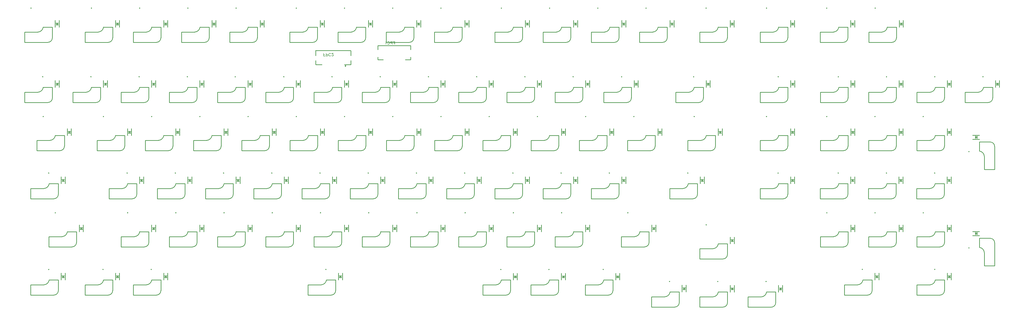
<source format=gbo>
G04 Layer: BottomSilkscreenLayer*
G04 EasyEDA v6.5.33, 2023-07-29 07:31:28*
G04 219471704c294700b8179b9d236804d4,d031c0a8eb424844af7c2e53bc7358ee,10*
G04 Gerber Generator version 0.2*
G04 Scale: 100 percent, Rotated: No, Reflected: No *
G04 Dimensions in millimeters *
G04 leading zeros omitted , absolute positions ,4 integer and 5 decimal *
%FSLAX45Y45*%
%MOMM*%

%ADD10C,0.1524*%
%ADD11C,0.2540*%

%LPD*%
D10*
X13017472Y-3049000D02*
G01*
X13017472Y-2940034D01*
X13017472Y-3049000D02*
G01*
X13085036Y-3049000D01*
X13017472Y-2997184D02*
G01*
X13059128Y-2997184D01*
X13119326Y-3049000D02*
G01*
X13119326Y-2940034D01*
X13119326Y-3049000D02*
G01*
X13166062Y-3049000D01*
X13181556Y-3043920D01*
X13186890Y-3038586D01*
X13191970Y-3028172D01*
X13191970Y-3012678D01*
X13186890Y-3002264D01*
X13181556Y-2997184D01*
X13166062Y-2991850D01*
X13119326Y-2991850D01*
X13304238Y-3023092D02*
G01*
X13299158Y-3033506D01*
X13288744Y-3043920D01*
X13278330Y-3049000D01*
X13257502Y-3049000D01*
X13247088Y-3043920D01*
X13236674Y-3033506D01*
X13231594Y-3023092D01*
X13226260Y-3007344D01*
X13226260Y-2981436D01*
X13231594Y-2965942D01*
X13236674Y-2955528D01*
X13247088Y-2945114D01*
X13257502Y-2940034D01*
X13278330Y-2940034D01*
X13288744Y-2945114D01*
X13299158Y-2955528D01*
X13304238Y-2965942D01*
X13343862Y-3023092D02*
G01*
X13343862Y-3028172D01*
X13348942Y-3038586D01*
X13354022Y-3043920D01*
X13364436Y-3049000D01*
X13385264Y-3049000D01*
X13395678Y-3043920D01*
X13401012Y-3038586D01*
X13406092Y-3028172D01*
X13406092Y-3017758D01*
X13401012Y-3007344D01*
X13390598Y-2991850D01*
X13338528Y-2940034D01*
X13411172Y-2940034D01*
X15830468Y-2480708D02*
G01*
X15830468Y-2589674D01*
X15830468Y-2480708D02*
G01*
X15762904Y-2480708D01*
X15830468Y-2532524D02*
G01*
X15788812Y-2532524D01*
X15728614Y-2480708D02*
G01*
X15728614Y-2589674D01*
X15728614Y-2480708D02*
G01*
X15681878Y-2480708D01*
X15666384Y-2485788D01*
X15661050Y-2491122D01*
X15655970Y-2501536D01*
X15655970Y-2517030D01*
X15661050Y-2527444D01*
X15666384Y-2532524D01*
X15681878Y-2537858D01*
X15728614Y-2537858D01*
X15543702Y-2506616D02*
G01*
X15548782Y-2496202D01*
X15559196Y-2485788D01*
X15569610Y-2480708D01*
X15590438Y-2480708D01*
X15600852Y-2485788D01*
X15611266Y-2496202D01*
X15616346Y-2506616D01*
X15621680Y-2522364D01*
X15621680Y-2548272D01*
X15616346Y-2563766D01*
X15611266Y-2574180D01*
X15600852Y-2584594D01*
X15590438Y-2589674D01*
X15569610Y-2589674D01*
X15559196Y-2584594D01*
X15548782Y-2574180D01*
X15543702Y-2563766D01*
X15509412Y-2501536D02*
G01*
X15498998Y-2496202D01*
X15483504Y-2480708D01*
X15483504Y-2589674D01*
D11*
X12698768Y-2829636D02*
G01*
X14088765Y-2829636D01*
X12703472Y-3232012D02*
G01*
X12703472Y-3390889D01*
X12955356Y-3390889D01*
X12703472Y-2844688D02*
G01*
X12703472Y-3035782D01*
X14093466Y-3232007D02*
G01*
X14093466Y-3393889D01*
X13841580Y-3393889D01*
X14093466Y-2844688D02*
G01*
X14093466Y-3035772D01*
X15161549Y-3092742D02*
G01*
X15161549Y-3198423D01*
X16459179Y-2796560D02*
G01*
X16459179Y-2641594D01*
X15163769Y-2641594D01*
X15161549Y-2643814D01*
X15161549Y-2796512D01*
X16459179Y-3092790D02*
G01*
X16459179Y-3198423D01*
X16459179Y-3198423D02*
G01*
X16249583Y-3198423D01*
X15373355Y-3198423D02*
G01*
X15161549Y-3198423D01*
X13761156Y-11641645D02*
G01*
X13761156Y-11910882D01*
X12402311Y-12103100D02*
G01*
X12925552Y-12103100D01*
X13603663Y-11641645D02*
G01*
X13603663Y-11910882D01*
X13631613Y-11750860D02*
G01*
X13733213Y-11750860D01*
X13641763Y-11816902D02*
G01*
X13682413Y-11758482D01*
X13723056Y-11816902D01*
X13641763Y-11816902D01*
X13316711Y-12509500D02*
G01*
X12402311Y-12509500D01*
X12402311Y-12103100D02*
G01*
X12402311Y-12509500D01*
X13133831Y-11907520D02*
G01*
X13494511Y-11907520D01*
X13494511Y-12331700D01*
X2570424Y-1641411D02*
G01*
X2570424Y-1910648D01*
X1211579Y-2102865D02*
G01*
X1734820Y-2102865D01*
X2412931Y-1641411D02*
G01*
X2412931Y-1910648D01*
X2440881Y-1750626D02*
G01*
X2542481Y-1750626D01*
X2451031Y-1816668D02*
G01*
X2491681Y-1758248D01*
X2532324Y-1816668D01*
X2451031Y-1816668D01*
X2125979Y-2509265D02*
G01*
X1211579Y-2509265D01*
X1211579Y-2102865D02*
G01*
X1211579Y-2509265D01*
X1943100Y-1907286D02*
G01*
X2303779Y-1907286D01*
X2303779Y-2331465D01*
X2806644Y-11641645D02*
G01*
X2806644Y-11910882D01*
X1447800Y-12103100D02*
G01*
X1971040Y-12103100D01*
X2649151Y-11641645D02*
G01*
X2649151Y-11910882D01*
X2677101Y-11750860D02*
G01*
X2778701Y-11750860D01*
X2687251Y-11816902D02*
G01*
X2727901Y-11758482D01*
X2768544Y-11816902D01*
X2687251Y-11816902D01*
X2362200Y-12509500D02*
G01*
X1447800Y-12509500D01*
X1447800Y-12103100D02*
G01*
X1447800Y-12509500D01*
X2179320Y-11907520D02*
G01*
X2540000Y-11907520D01*
X2540000Y-12331700D01*
X4952944Y-11641645D02*
G01*
X4952944Y-11910882D01*
X3594100Y-12103100D02*
G01*
X4117340Y-12103100D01*
X4795451Y-11641645D02*
G01*
X4795451Y-11910882D01*
X4823401Y-11750860D02*
G01*
X4925001Y-11750860D01*
X4833551Y-11816902D02*
G01*
X4874201Y-11758482D01*
X4914844Y-11816902D01*
X4833551Y-11816902D01*
X4508500Y-12509500D02*
G01*
X3594100Y-12509500D01*
X3594100Y-12103100D02*
G01*
X3594100Y-12509500D01*
X4325620Y-11907520D02*
G01*
X4686300Y-11907520D01*
X4686300Y-12331700D01*
X22570130Y-11642915D02*
G01*
X22570130Y-11912152D01*
X21211286Y-12104370D02*
G01*
X21734525Y-12104370D01*
X22412637Y-11642915D02*
G01*
X22412637Y-11912152D01*
X22440587Y-11752130D02*
G01*
X22542187Y-11752130D01*
X22450737Y-11818172D02*
G01*
X22491387Y-11759752D01*
X22532030Y-11818172D01*
X22450737Y-11818172D01*
X22125686Y-12510770D02*
G01*
X21211286Y-12510770D01*
X21211286Y-12104370D02*
G01*
X21211286Y-12510770D01*
X21942806Y-11908789D02*
G01*
X22303486Y-11908789D01*
X22303486Y-12332970D01*
X31622944Y-7831645D02*
G01*
X31622944Y-8100882D01*
X30264100Y-8293100D02*
G01*
X30787340Y-8293100D01*
X31465451Y-7831645D02*
G01*
X31465451Y-8100882D01*
X31493401Y-7940860D02*
G01*
X31595001Y-7940860D01*
X31503551Y-8006902D02*
G01*
X31544201Y-7948482D01*
X31584844Y-8006902D01*
X31503551Y-8006902D01*
X31178500Y-8699500D02*
G01*
X30264100Y-8699500D01*
X30264100Y-8293100D02*
G01*
X30264100Y-8699500D01*
X30995620Y-8097520D02*
G01*
X31356300Y-8097520D01*
X31356300Y-8521700D01*
X27336186Y-12115863D02*
G01*
X27336186Y-12385100D01*
X25977341Y-12577318D02*
G01*
X26500582Y-12577318D01*
X27178693Y-12115863D02*
G01*
X27178693Y-12385100D01*
X27206643Y-12225078D02*
G01*
X27308243Y-12225078D01*
X27216793Y-12291120D02*
G01*
X27257443Y-12232700D01*
X27298086Y-12291120D01*
X27216793Y-12291120D01*
X26891741Y-12983718D02*
G01*
X25977341Y-12983718D01*
X25977341Y-12577318D02*
G01*
X25977341Y-12983718D01*
X26708861Y-12381737D02*
G01*
X27069541Y-12381737D01*
X27069541Y-12805918D01*
X31147202Y-12119927D02*
G01*
X31147202Y-12389164D01*
X29788358Y-12581381D02*
G01*
X30311598Y-12581381D01*
X30989709Y-12119927D02*
G01*
X30989709Y-12389164D01*
X31017659Y-12229142D02*
G01*
X31119259Y-12229142D01*
X31027809Y-12295184D02*
G01*
X31068459Y-12236764D01*
X31109102Y-12295184D01*
X31027809Y-12295184D01*
X30702758Y-12987781D02*
G01*
X29788358Y-12987781D01*
X29788358Y-12581381D02*
G01*
X29788358Y-12987781D01*
X30519877Y-12385802D02*
G01*
X30880558Y-12385802D01*
X30880558Y-12809981D01*
X34954154Y-11641899D02*
G01*
X34954154Y-11911136D01*
X33595309Y-12103354D02*
G01*
X34118550Y-12103354D01*
X34796661Y-11641899D02*
G01*
X34796661Y-11911136D01*
X34824611Y-11751114D02*
G01*
X34926211Y-11751114D01*
X34834761Y-11817156D02*
G01*
X34875411Y-11758736D01*
X34916054Y-11817156D01*
X34834761Y-11817156D01*
X34509709Y-12509754D02*
G01*
X33595309Y-12509754D01*
X33595309Y-12103354D02*
G01*
X33595309Y-12509754D01*
X34326829Y-11907774D02*
G01*
X34687509Y-11907774D01*
X34687509Y-12331954D01*
X38660895Y-9994701D02*
G01*
X38930132Y-9994701D01*
X39122350Y-11353545D02*
G01*
X39122350Y-10830305D01*
X38660895Y-10152194D02*
G01*
X38930132Y-10152194D01*
X38770110Y-10124244D02*
G01*
X38770110Y-10022644D01*
X38836152Y-10114094D02*
G01*
X38777732Y-10073444D01*
X38836152Y-10032801D01*
X38836152Y-10114094D01*
X39528750Y-10439145D02*
G01*
X39528750Y-11353545D01*
X39122350Y-11353545D02*
G01*
X39528750Y-11353545D01*
X38926770Y-10622026D02*
G01*
X38926770Y-10261345D01*
X39350950Y-10261345D01*
X37813178Y-11641899D02*
G01*
X37813178Y-11911136D01*
X36454334Y-12103354D02*
G01*
X36977574Y-12103354D01*
X37655685Y-11641899D02*
G01*
X37655685Y-11911136D01*
X37683635Y-11751114D02*
G01*
X37785235Y-11751114D01*
X37693785Y-11817156D02*
G01*
X37734435Y-11758736D01*
X37775078Y-11817156D01*
X37693785Y-11817156D01*
X37368734Y-12509754D02*
G01*
X36454334Y-12509754D01*
X36454334Y-12103354D02*
G01*
X36454334Y-12509754D01*
X37185854Y-11907774D02*
G01*
X37546534Y-11907774D01*
X37546534Y-12331954D01*
X35909702Y-9734867D02*
G01*
X35909702Y-10004104D01*
X34550858Y-10196321D02*
G01*
X35074098Y-10196321D01*
X35752209Y-9734867D02*
G01*
X35752209Y-10004104D01*
X35780159Y-9844082D02*
G01*
X35881759Y-9844082D01*
X35790309Y-9910124D02*
G01*
X35830959Y-9851704D01*
X35871602Y-9910124D01*
X35790309Y-9910124D01*
X35465258Y-10602721D02*
G01*
X34550858Y-10602721D01*
X34550858Y-10196321D02*
G01*
X34550858Y-10602721D01*
X35282377Y-10000742D02*
G01*
X35643058Y-10000742D01*
X35643058Y-10424921D01*
X29240170Y-12117895D02*
G01*
X29240170Y-12387132D01*
X27881325Y-12579350D02*
G01*
X28404565Y-12579350D01*
X29082677Y-12117895D02*
G01*
X29082677Y-12387132D01*
X29110627Y-12227110D02*
G01*
X29212227Y-12227110D01*
X29120777Y-12293152D02*
G01*
X29161427Y-12234732D01*
X29202070Y-12293152D01*
X29120777Y-12293152D01*
X28795725Y-12985750D02*
G01*
X27881325Y-12985750D01*
X27881325Y-12579350D02*
G01*
X27881325Y-12985750D01*
X28612845Y-12383770D02*
G01*
X28973525Y-12383770D01*
X28973525Y-12807950D01*
X24715160Y-11642915D02*
G01*
X24715160Y-11912152D01*
X23356316Y-12104370D02*
G01*
X23879556Y-12104370D01*
X24557667Y-11642915D02*
G01*
X24557667Y-11912152D01*
X24585617Y-11752130D02*
G01*
X24687217Y-11752130D01*
X24595767Y-11818172D02*
G01*
X24636417Y-11759752D01*
X24677060Y-11818172D01*
X24595767Y-11818172D01*
X24270716Y-12510770D02*
G01*
X23356316Y-12510770D01*
X23356316Y-12104370D02*
G01*
X23356316Y-12510770D01*
X24087836Y-11908789D02*
G01*
X24448516Y-11908789D01*
X24448516Y-12332970D01*
X20669194Y-11642915D02*
G01*
X20669194Y-11912152D01*
X19310350Y-12104370D02*
G01*
X19833590Y-12104370D01*
X20511701Y-11642915D02*
G01*
X20511701Y-11912152D01*
X20539651Y-11752130D02*
G01*
X20641251Y-11752130D01*
X20549801Y-11818172D02*
G01*
X20590451Y-11759752D01*
X20631094Y-11818172D01*
X20549801Y-11818172D01*
X20224750Y-12510770D02*
G01*
X19310350Y-12510770D01*
X19310350Y-12104370D02*
G01*
X19310350Y-12510770D01*
X20041870Y-11908789D02*
G01*
X20402550Y-11908789D01*
X20402550Y-12332970D01*
X6857944Y-11641645D02*
G01*
X6857944Y-11910882D01*
X5499100Y-12103100D02*
G01*
X6022340Y-12103100D01*
X6700451Y-11641645D02*
G01*
X6700451Y-11910882D01*
X6728401Y-11750860D02*
G01*
X6830001Y-11750860D01*
X6738551Y-11816902D02*
G01*
X6779201Y-11758482D01*
X6819844Y-11816902D01*
X6738551Y-11816902D01*
X6413500Y-12509500D02*
G01*
X5499100Y-12509500D01*
X5499100Y-12103100D02*
G01*
X5499100Y-12509500D01*
X6230620Y-11907520D02*
G01*
X6591300Y-11907520D01*
X6591300Y-12331700D01*
X3524702Y-9734867D02*
G01*
X3524702Y-10004104D01*
X2165858Y-10196321D02*
G01*
X2689097Y-10196321D01*
X3367209Y-9734867D02*
G01*
X3367209Y-10004104D01*
X3395159Y-9844082D02*
G01*
X3496759Y-9844082D01*
X3405309Y-9910124D02*
G01*
X3445959Y-9851704D01*
X3486602Y-9910124D01*
X3405309Y-9910124D01*
X3080258Y-10602721D02*
G01*
X2165858Y-10602721D01*
X2165858Y-10196321D02*
G01*
X2165858Y-10602721D01*
X2897377Y-10000742D02*
G01*
X3258058Y-10000742D01*
X3258058Y-10424921D01*
X6382202Y-9734867D02*
G01*
X6382202Y-10004104D01*
X5023358Y-10196321D02*
G01*
X5546597Y-10196321D01*
X6224709Y-9734867D02*
G01*
X6224709Y-10004104D01*
X6252659Y-9844082D02*
G01*
X6354259Y-9844082D01*
X6262809Y-9910124D02*
G01*
X6303459Y-9851704D01*
X6344102Y-9910124D01*
X6262809Y-9910124D01*
X5937758Y-10602721D02*
G01*
X5023358Y-10602721D01*
X5023358Y-10196321D02*
G01*
X5023358Y-10602721D01*
X5754877Y-10000742D02*
G01*
X6115558Y-10000742D01*
X6115558Y-10424921D01*
X10192202Y-9734867D02*
G01*
X10192202Y-10004104D01*
X8833358Y-10196321D02*
G01*
X9356597Y-10196321D01*
X10034709Y-9734867D02*
G01*
X10034709Y-10004104D01*
X10062659Y-9844082D02*
G01*
X10164259Y-9844082D01*
X10072809Y-9910124D02*
G01*
X10113459Y-9851704D01*
X10154102Y-9910124D01*
X10072809Y-9910124D01*
X9747758Y-10602721D02*
G01*
X8833358Y-10602721D01*
X8833358Y-10196321D02*
G01*
X8833358Y-10602721D01*
X9564877Y-10000742D02*
G01*
X9925558Y-10000742D01*
X9925558Y-10424921D01*
X14002202Y-9734867D02*
G01*
X14002202Y-10004104D01*
X12643358Y-10196321D02*
G01*
X13166597Y-10196321D01*
X13844709Y-9734867D02*
G01*
X13844709Y-10004104D01*
X13872659Y-9844082D02*
G01*
X13974259Y-9844082D01*
X13882809Y-9910124D02*
G01*
X13923459Y-9851704D01*
X13964102Y-9910124D01*
X13882809Y-9910124D01*
X13557758Y-10602721D02*
G01*
X12643358Y-10602721D01*
X12643358Y-10196321D02*
G01*
X12643358Y-10602721D01*
X13374877Y-10000742D02*
G01*
X13735558Y-10000742D01*
X13735558Y-10424921D01*
X17812202Y-9734867D02*
G01*
X17812202Y-10004104D01*
X16453358Y-10196321D02*
G01*
X16976598Y-10196321D01*
X17654709Y-9734867D02*
G01*
X17654709Y-10004104D01*
X17682659Y-9844082D02*
G01*
X17784259Y-9844082D01*
X17692809Y-9910124D02*
G01*
X17733459Y-9851704D01*
X17774102Y-9910124D01*
X17692809Y-9910124D01*
X17367758Y-10602721D02*
G01*
X16453358Y-10602721D01*
X16453358Y-10196321D02*
G01*
X16453358Y-10602721D01*
X17184877Y-10000742D02*
G01*
X17545558Y-10000742D01*
X17545558Y-10424921D01*
X21622202Y-9734867D02*
G01*
X21622202Y-10004104D01*
X20263358Y-10196321D02*
G01*
X20786598Y-10196321D01*
X21464709Y-9734867D02*
G01*
X21464709Y-10004104D01*
X21492659Y-9844082D02*
G01*
X21594259Y-9844082D01*
X21502809Y-9910124D02*
G01*
X21543459Y-9851704D01*
X21584102Y-9910124D01*
X21502809Y-9910124D01*
X21177758Y-10602721D02*
G01*
X20263358Y-10602721D01*
X20263358Y-10196321D02*
G01*
X20263358Y-10602721D01*
X20994877Y-10000742D02*
G01*
X21355558Y-10000742D01*
X21355558Y-10424921D01*
X26143402Y-9734867D02*
G01*
X26143402Y-10004104D01*
X24784558Y-10196321D02*
G01*
X25307798Y-10196321D01*
X25985909Y-9734867D02*
G01*
X25985909Y-10004104D01*
X26013859Y-9844082D02*
G01*
X26115459Y-9844082D01*
X26024009Y-9910124D02*
G01*
X26064659Y-9851704D01*
X26105302Y-9910124D01*
X26024009Y-9910124D01*
X25698958Y-10602721D02*
G01*
X24784558Y-10602721D01*
X24784558Y-10196321D02*
G01*
X24784558Y-10602721D01*
X25516077Y-10000742D02*
G01*
X25876758Y-10000742D01*
X25876758Y-10424921D01*
X34004702Y-9734867D02*
G01*
X34004702Y-10004104D01*
X32645858Y-10196321D02*
G01*
X33169098Y-10196321D01*
X33847209Y-9734867D02*
G01*
X33847209Y-10004104D01*
X33875159Y-9844082D02*
G01*
X33976759Y-9844082D01*
X33885309Y-9910124D02*
G01*
X33925959Y-9851704D01*
X33966602Y-9910124D01*
X33885309Y-9910124D01*
X33560258Y-10602721D02*
G01*
X32645858Y-10602721D01*
X32645858Y-10196321D02*
G01*
X32645858Y-10602721D01*
X33377377Y-10000742D02*
G01*
X33738058Y-10000742D01*
X33738058Y-10424921D01*
X37814702Y-9734867D02*
G01*
X37814702Y-10004104D01*
X36455858Y-10196321D02*
G01*
X36979098Y-10196321D01*
X37657209Y-9734867D02*
G01*
X37657209Y-10004104D01*
X37685159Y-9844082D02*
G01*
X37786759Y-9844082D01*
X37695309Y-9910124D02*
G01*
X37735959Y-9851704D01*
X37776602Y-9910124D01*
X37695309Y-9910124D01*
X37370258Y-10602721D02*
G01*
X36455858Y-10602721D01*
X36455858Y-10196321D02*
G01*
X36455858Y-10602721D01*
X37187377Y-10000742D02*
G01*
X37548058Y-10000742D01*
X37548058Y-10424921D01*
X37807844Y-7831645D02*
G01*
X37807844Y-8100882D01*
X36449000Y-8293100D02*
G01*
X36972240Y-8293100D01*
X37650351Y-7831645D02*
G01*
X37650351Y-8100882D01*
X37678301Y-7940860D02*
G01*
X37779901Y-7940860D01*
X37688451Y-8006902D02*
G01*
X37729101Y-7948482D01*
X37769744Y-8006902D01*
X37688451Y-8006902D01*
X37363400Y-8699500D02*
G01*
X36449000Y-8699500D01*
X36449000Y-8293100D02*
G01*
X36449000Y-8699500D01*
X37180520Y-8097520D02*
G01*
X37541200Y-8097520D01*
X37541200Y-8521700D01*
X35902844Y-7831645D02*
G01*
X35902844Y-8100882D01*
X34544000Y-8293100D02*
G01*
X35067240Y-8293100D01*
X35745351Y-7831645D02*
G01*
X35745351Y-8100882D01*
X35773301Y-7940860D02*
G01*
X35874901Y-7940860D01*
X35783451Y-8006902D02*
G01*
X35824101Y-7948482D01*
X35864744Y-8006902D01*
X35783451Y-8006902D01*
X35458400Y-8699500D02*
G01*
X34544000Y-8699500D01*
X34544000Y-8293100D02*
G01*
X34544000Y-8699500D01*
X35275520Y-8097520D02*
G01*
X35636200Y-8097520D01*
X35636200Y-8521700D01*
X29240170Y-10211879D02*
G01*
X29240170Y-10481116D01*
X27881325Y-10673334D02*
G01*
X28404565Y-10673334D01*
X29082677Y-10211879D02*
G01*
X29082677Y-10481116D01*
X29110627Y-10321094D02*
G01*
X29212227Y-10321094D01*
X29120777Y-10387136D02*
G01*
X29161427Y-10328716D01*
X29202070Y-10387136D01*
X29120777Y-10387136D01*
X28795725Y-11079734D02*
G01*
X27881325Y-11079734D01*
X27881325Y-10673334D02*
G01*
X27881325Y-11079734D01*
X28612845Y-10477754D02*
G01*
X28973525Y-10477754D01*
X28973525Y-10901934D01*
X23527202Y-9734867D02*
G01*
X23527202Y-10004104D01*
X22168358Y-10196321D02*
G01*
X22691598Y-10196321D01*
X23369709Y-9734867D02*
G01*
X23369709Y-10004104D01*
X23397659Y-9844082D02*
G01*
X23499259Y-9844082D01*
X23407809Y-9910124D02*
G01*
X23448459Y-9851704D01*
X23489102Y-9910124D01*
X23407809Y-9910124D01*
X23082758Y-10602721D02*
G01*
X22168358Y-10602721D01*
X22168358Y-10196321D02*
G01*
X22168358Y-10602721D01*
X22899877Y-10000742D02*
G01*
X23260558Y-10000742D01*
X23260558Y-10424921D01*
X19717202Y-9734867D02*
G01*
X19717202Y-10004104D01*
X18358358Y-10196321D02*
G01*
X18881598Y-10196321D01*
X19559709Y-9734867D02*
G01*
X19559709Y-10004104D01*
X19587659Y-9844082D02*
G01*
X19689259Y-9844082D01*
X19597809Y-9910124D02*
G01*
X19638459Y-9851704D01*
X19679102Y-9910124D01*
X19597809Y-9910124D01*
X19272758Y-10602721D02*
G01*
X18358358Y-10602721D01*
X18358358Y-10196321D02*
G01*
X18358358Y-10602721D01*
X19089877Y-10000742D02*
G01*
X19450558Y-10000742D01*
X19450558Y-10424921D01*
X15907202Y-9734867D02*
G01*
X15907202Y-10004104D01*
X14548358Y-10196321D02*
G01*
X15071597Y-10196321D01*
X15749709Y-9734867D02*
G01*
X15749709Y-10004104D01*
X15777659Y-9844082D02*
G01*
X15879259Y-9844082D01*
X15787809Y-9910124D02*
G01*
X15828459Y-9851704D01*
X15869102Y-9910124D01*
X15787809Y-9910124D01*
X15462758Y-10602721D02*
G01*
X14548358Y-10602721D01*
X14548358Y-10196321D02*
G01*
X14548358Y-10602721D01*
X15279877Y-10000742D02*
G01*
X15640558Y-10000742D01*
X15640558Y-10424921D01*
X12097202Y-9734867D02*
G01*
X12097202Y-10004104D01*
X10738358Y-10196321D02*
G01*
X11261597Y-10196321D01*
X11939709Y-9734867D02*
G01*
X11939709Y-10004104D01*
X11967659Y-9844082D02*
G01*
X12069259Y-9844082D01*
X11977809Y-9910124D02*
G01*
X12018459Y-9851704D01*
X12059102Y-9910124D01*
X11977809Y-9910124D01*
X11652758Y-10602721D02*
G01*
X10738358Y-10602721D01*
X10738358Y-10196321D02*
G01*
X10738358Y-10602721D01*
X11469877Y-10000742D02*
G01*
X11830558Y-10000742D01*
X11830558Y-10424921D01*
X8287202Y-9734867D02*
G01*
X8287202Y-10004104D01*
X6928358Y-10196321D02*
G01*
X7451597Y-10196321D01*
X8129709Y-9734867D02*
G01*
X8129709Y-10004104D01*
X8157659Y-9844082D02*
G01*
X8259259Y-9844082D01*
X8167809Y-9910124D02*
G01*
X8208459Y-9851704D01*
X8249102Y-9910124D01*
X8167809Y-9910124D01*
X7842758Y-10602721D02*
G01*
X6928358Y-10602721D01*
X6928358Y-10196321D02*
G01*
X6928358Y-10602721D01*
X7659877Y-10000742D02*
G01*
X8020558Y-10000742D01*
X8020558Y-10424921D01*
X2806644Y-7831645D02*
G01*
X2806644Y-8100882D01*
X1447800Y-8293100D02*
G01*
X1971040Y-8293100D01*
X2649151Y-7831645D02*
G01*
X2649151Y-8100882D01*
X2677101Y-7940860D02*
G01*
X2778701Y-7940860D01*
X2687251Y-8006902D02*
G01*
X2727901Y-7948482D01*
X2768544Y-8006902D01*
X2687251Y-8006902D01*
X2362200Y-8699500D02*
G01*
X1447800Y-8699500D01*
X1447800Y-8293100D02*
G01*
X1447800Y-8699500D01*
X2179320Y-8097520D02*
G01*
X2540000Y-8097520D01*
X2540000Y-8521700D01*
X7810444Y-7831645D02*
G01*
X7810444Y-8100882D01*
X6451600Y-8293100D02*
G01*
X6974840Y-8293100D01*
X7652951Y-7831645D02*
G01*
X7652951Y-8100882D01*
X7680901Y-7940860D02*
G01*
X7782501Y-7940860D01*
X7691051Y-8006902D02*
G01*
X7731701Y-7948482D01*
X7772344Y-8006902D01*
X7691051Y-8006902D01*
X7366000Y-8699500D02*
G01*
X6451600Y-8699500D01*
X6451600Y-8293100D02*
G01*
X6451600Y-8699500D01*
X7183120Y-8097520D02*
G01*
X7543800Y-8097520D01*
X7543800Y-8521700D01*
X11620444Y-7831645D02*
G01*
X11620444Y-8100882D01*
X10261600Y-8293100D02*
G01*
X10784840Y-8293100D01*
X11462951Y-7831645D02*
G01*
X11462951Y-8100882D01*
X11490901Y-7940860D02*
G01*
X11592501Y-7940860D01*
X11501051Y-8006902D02*
G01*
X11541701Y-7948482D01*
X11582344Y-8006902D01*
X11501051Y-8006902D01*
X11176000Y-8699500D02*
G01*
X10261600Y-8699500D01*
X10261600Y-8293100D02*
G01*
X10261600Y-8699500D01*
X10993120Y-8097520D02*
G01*
X11353800Y-8097520D01*
X11353800Y-8521700D01*
X15430444Y-7831645D02*
G01*
X15430444Y-8100882D01*
X14071600Y-8293100D02*
G01*
X14594840Y-8293100D01*
X15272951Y-7831645D02*
G01*
X15272951Y-8100882D01*
X15300901Y-7940860D02*
G01*
X15402501Y-7940860D01*
X15311051Y-8006902D02*
G01*
X15351701Y-7948482D01*
X15392344Y-8006902D01*
X15311051Y-8006902D01*
X14986000Y-8699500D02*
G01*
X14071600Y-8699500D01*
X14071600Y-8293100D02*
G01*
X14071600Y-8699500D01*
X14803120Y-8097520D02*
G01*
X15163800Y-8097520D01*
X15163800Y-8521700D01*
X19240444Y-7831645D02*
G01*
X19240444Y-8100882D01*
X17881600Y-8293100D02*
G01*
X18404840Y-8293100D01*
X19082951Y-7831645D02*
G01*
X19082951Y-8100882D01*
X19110901Y-7940860D02*
G01*
X19212501Y-7940860D01*
X19121051Y-8006902D02*
G01*
X19161701Y-7948482D01*
X19202344Y-8006902D01*
X19121051Y-8006902D01*
X18796000Y-8699500D02*
G01*
X17881600Y-8699500D01*
X17881600Y-8293100D02*
G01*
X17881600Y-8699500D01*
X18613120Y-8097520D02*
G01*
X18973800Y-8097520D01*
X18973800Y-8521700D01*
X23050444Y-7831645D02*
G01*
X23050444Y-8100882D01*
X21691600Y-8293100D02*
G01*
X22214840Y-8293100D01*
X22892951Y-7831645D02*
G01*
X22892951Y-8100882D01*
X22920901Y-7940860D02*
G01*
X23022501Y-7940860D01*
X22931051Y-8006902D02*
G01*
X22971701Y-7948482D01*
X23012344Y-8006902D01*
X22931051Y-8006902D01*
X22606000Y-8699500D02*
G01*
X21691600Y-8699500D01*
X21691600Y-8293100D02*
G01*
X21691600Y-8699500D01*
X22423120Y-8097520D02*
G01*
X22783800Y-8097520D01*
X22783800Y-8521700D01*
X28054244Y-7831645D02*
G01*
X28054244Y-8100882D01*
X26695400Y-8293100D02*
G01*
X27218640Y-8293100D01*
X27896751Y-7831645D02*
G01*
X27896751Y-8100882D01*
X27924701Y-7940860D02*
G01*
X28026301Y-7940860D01*
X27934851Y-8006902D02*
G01*
X27975501Y-7948482D01*
X28016144Y-8006902D01*
X27934851Y-8006902D01*
X27609800Y-8699500D02*
G01*
X26695400Y-8699500D01*
X26695400Y-8293100D02*
G01*
X26695400Y-8699500D01*
X27426920Y-8097520D02*
G01*
X27787600Y-8097520D01*
X27787600Y-8521700D01*
X35915544Y-1641411D02*
G01*
X35915544Y-1910648D01*
X34556700Y-2102865D02*
G01*
X35079940Y-2102865D01*
X35758051Y-1641411D02*
G01*
X35758051Y-1910648D01*
X35786001Y-1750626D02*
G01*
X35887601Y-1750626D01*
X35796151Y-1816668D02*
G01*
X35836801Y-1758248D01*
X35877444Y-1816668D01*
X35796151Y-1816668D01*
X35471100Y-2509265D02*
G01*
X34556700Y-2509265D01*
X34556700Y-2102865D02*
G01*
X34556700Y-2509265D01*
X35288220Y-1907286D02*
G01*
X35648900Y-1907286D01*
X35648900Y-2331465D01*
X33997844Y-7831645D02*
G01*
X33997844Y-8100882D01*
X32639000Y-8293100D02*
G01*
X33162240Y-8293100D01*
X33840351Y-7831645D02*
G01*
X33840351Y-8100882D01*
X33868301Y-7940860D02*
G01*
X33969901Y-7940860D01*
X33878451Y-8006902D02*
G01*
X33919101Y-7948482D01*
X33959744Y-8006902D01*
X33878451Y-8006902D01*
X33553400Y-8699500D02*
G01*
X32639000Y-8699500D01*
X32639000Y-8293100D02*
G01*
X32639000Y-8699500D01*
X33370520Y-8097520D02*
G01*
X33731200Y-8097520D01*
X33731200Y-8521700D01*
X38660895Y-6184701D02*
G01*
X38930132Y-6184701D01*
X39122350Y-7543545D02*
G01*
X39122350Y-7020305D01*
X38660895Y-6342194D02*
G01*
X38930132Y-6342194D01*
X38770110Y-6314244D02*
G01*
X38770110Y-6212644D01*
X38836152Y-6304094D02*
G01*
X38777732Y-6263444D01*
X38836152Y-6222801D01*
X38836152Y-6304094D01*
X39528750Y-6629145D02*
G01*
X39528750Y-7543545D01*
X39122350Y-7543545D02*
G01*
X39528750Y-7543545D01*
X38926770Y-6812026D02*
G01*
X38926770Y-6451345D01*
X39350950Y-6451345D01*
X37812924Y-5926645D02*
G01*
X37812924Y-6195882D01*
X36454079Y-6388100D02*
G01*
X36977320Y-6388100D01*
X37655431Y-5926645D02*
G01*
X37655431Y-6195882D01*
X37683381Y-6035860D02*
G01*
X37784981Y-6035860D01*
X37693531Y-6101902D02*
G01*
X37734181Y-6043482D01*
X37774824Y-6101902D01*
X37693531Y-6101902D01*
X37368479Y-6794500D02*
G01*
X36454079Y-6794500D01*
X36454079Y-6388100D02*
G01*
X36454079Y-6794500D01*
X37185600Y-6192520D02*
G01*
X37546279Y-6192520D01*
X37546279Y-6616700D01*
X35907924Y-5926645D02*
G01*
X35907924Y-6195882D01*
X34549079Y-6388100D02*
G01*
X35072320Y-6388100D01*
X35750431Y-5926645D02*
G01*
X35750431Y-6195882D01*
X35778381Y-6035860D02*
G01*
X35879981Y-6035860D01*
X35788531Y-6101902D02*
G01*
X35829181Y-6043482D01*
X35869824Y-6101902D01*
X35788531Y-6101902D01*
X35463479Y-6794500D02*
G01*
X34549079Y-6794500D01*
X34549079Y-6388100D02*
G01*
X34549079Y-6794500D01*
X35280600Y-6192520D02*
G01*
X35641279Y-6192520D01*
X35641279Y-6616700D01*
X31622944Y-5926645D02*
G01*
X31622944Y-6195882D01*
X30264100Y-6388100D02*
G01*
X30787340Y-6388100D01*
X31465451Y-5926645D02*
G01*
X31465451Y-6195882D01*
X31493401Y-6035860D02*
G01*
X31595001Y-6035860D01*
X31503551Y-6101902D02*
G01*
X31544201Y-6043482D01*
X31584844Y-6101902D01*
X31503551Y-6101902D01*
X31178500Y-6794500D02*
G01*
X30264100Y-6794500D01*
X30264100Y-6388100D02*
G01*
X30264100Y-6794500D01*
X30995620Y-6192520D02*
G01*
X31356300Y-6192520D01*
X31356300Y-6616700D01*
X24955444Y-7831645D02*
G01*
X24955444Y-8100882D01*
X23596600Y-8293100D02*
G01*
X24119840Y-8293100D01*
X24797951Y-7831645D02*
G01*
X24797951Y-8100882D01*
X24825901Y-7940860D02*
G01*
X24927501Y-7940860D01*
X24836051Y-8006902D02*
G01*
X24876701Y-7948482D01*
X24917344Y-8006902D01*
X24836051Y-8006902D01*
X24511000Y-8699500D02*
G01*
X23596600Y-8699500D01*
X23596600Y-8293100D02*
G01*
X23596600Y-8699500D01*
X24328120Y-8097520D02*
G01*
X24688800Y-8097520D01*
X24688800Y-8521700D01*
X21145444Y-7831645D02*
G01*
X21145444Y-8100882D01*
X19786600Y-8293100D02*
G01*
X20309840Y-8293100D01*
X20987951Y-7831645D02*
G01*
X20987951Y-8100882D01*
X21015901Y-7940860D02*
G01*
X21117501Y-7940860D01*
X21026051Y-8006902D02*
G01*
X21066701Y-7948482D01*
X21107344Y-8006902D01*
X21026051Y-8006902D01*
X20701000Y-8699500D02*
G01*
X19786600Y-8699500D01*
X19786600Y-8293100D02*
G01*
X19786600Y-8699500D01*
X20518120Y-8097520D02*
G01*
X20878800Y-8097520D01*
X20878800Y-8521700D01*
X17335444Y-7831645D02*
G01*
X17335444Y-8100882D01*
X15976600Y-8293100D02*
G01*
X16499840Y-8293100D01*
X17177951Y-7831645D02*
G01*
X17177951Y-8100882D01*
X17205901Y-7940860D02*
G01*
X17307501Y-7940860D01*
X17216051Y-8006902D02*
G01*
X17256701Y-7948482D01*
X17297344Y-8006902D01*
X17216051Y-8006902D01*
X16891000Y-8699500D02*
G01*
X15976600Y-8699500D01*
X15976600Y-8293100D02*
G01*
X15976600Y-8699500D01*
X16708120Y-8097520D02*
G01*
X17068800Y-8097520D01*
X17068800Y-8521700D01*
X13525444Y-7831645D02*
G01*
X13525444Y-8100882D01*
X12166600Y-8293100D02*
G01*
X12689840Y-8293100D01*
X13367951Y-7831645D02*
G01*
X13367951Y-8100882D01*
X13395901Y-7940860D02*
G01*
X13497501Y-7940860D01*
X13406051Y-8006902D02*
G01*
X13446701Y-7948482D01*
X13487344Y-8006902D01*
X13406051Y-8006902D01*
X13081000Y-8699500D02*
G01*
X12166600Y-8699500D01*
X12166600Y-8293100D02*
G01*
X12166600Y-8699500D01*
X12898120Y-8097520D02*
G01*
X13258800Y-8097520D01*
X13258800Y-8521700D01*
X9715444Y-7831645D02*
G01*
X9715444Y-8100882D01*
X8356600Y-8293100D02*
G01*
X8879840Y-8293100D01*
X9557951Y-7831645D02*
G01*
X9557951Y-8100882D01*
X9585901Y-7940860D02*
G01*
X9687501Y-7940860D01*
X9596051Y-8006902D02*
G01*
X9636701Y-7948482D01*
X9677344Y-8006902D01*
X9596051Y-8006902D01*
X9271000Y-8699500D02*
G01*
X8356600Y-8699500D01*
X8356600Y-8293100D02*
G01*
X8356600Y-8699500D01*
X9088120Y-8097520D02*
G01*
X9448800Y-8097520D01*
X9448800Y-8521700D01*
X5905444Y-7831645D02*
G01*
X5905444Y-8100882D01*
X4546600Y-8293100D02*
G01*
X5069840Y-8293100D01*
X5747951Y-7831645D02*
G01*
X5747951Y-8100882D01*
X5775901Y-7940860D02*
G01*
X5877501Y-7940860D01*
X5786051Y-8006902D02*
G01*
X5826701Y-7948482D01*
X5867344Y-8006902D01*
X5786051Y-8006902D01*
X5461000Y-8699500D02*
G01*
X4546600Y-8699500D01*
X4546600Y-8293100D02*
G01*
X4546600Y-8699500D01*
X5278120Y-8097520D02*
G01*
X5638800Y-8097520D01*
X5638800Y-8521700D01*
X3047944Y-5926645D02*
G01*
X3047944Y-6195882D01*
X1689100Y-6388100D02*
G01*
X2212340Y-6388100D01*
X2890451Y-5926645D02*
G01*
X2890451Y-6195882D01*
X2918401Y-6035860D02*
G01*
X3020001Y-6035860D01*
X2928551Y-6101902D02*
G01*
X2969201Y-6043482D01*
X3009844Y-6101902D01*
X2928551Y-6101902D01*
X2603500Y-6794500D02*
G01*
X1689100Y-6794500D01*
X1689100Y-6388100D02*
G01*
X1689100Y-6794500D01*
X2420620Y-6192520D02*
G01*
X2781300Y-6192520D01*
X2781300Y-6616700D01*
X7332924Y-5926645D02*
G01*
X7332924Y-6195882D01*
X5974079Y-6388100D02*
G01*
X6497320Y-6388100D01*
X7175431Y-5926645D02*
G01*
X7175431Y-6195882D01*
X7203381Y-6035860D02*
G01*
X7304981Y-6035860D01*
X7213531Y-6101902D02*
G01*
X7254181Y-6043482D01*
X7294824Y-6101902D01*
X7213531Y-6101902D01*
X6888479Y-6794500D02*
G01*
X5974079Y-6794500D01*
X5974079Y-6388100D02*
G01*
X5974079Y-6794500D01*
X6705600Y-6192520D02*
G01*
X7066279Y-6192520D01*
X7066279Y-6616700D01*
X11142924Y-5926645D02*
G01*
X11142924Y-6195882D01*
X9784079Y-6388100D02*
G01*
X10307320Y-6388100D01*
X10985431Y-5926645D02*
G01*
X10985431Y-6195882D01*
X11013381Y-6035860D02*
G01*
X11114981Y-6035860D01*
X11023531Y-6101902D02*
G01*
X11064181Y-6043482D01*
X11104824Y-6101902D01*
X11023531Y-6101902D01*
X10698479Y-6794500D02*
G01*
X9784079Y-6794500D01*
X9784079Y-6388100D02*
G01*
X9784079Y-6794500D01*
X10515600Y-6192520D02*
G01*
X10876279Y-6192520D01*
X10876279Y-6616700D01*
X14952924Y-5926645D02*
G01*
X14952924Y-6195882D01*
X13594079Y-6388100D02*
G01*
X14117320Y-6388100D01*
X14795431Y-5926645D02*
G01*
X14795431Y-6195882D01*
X14823381Y-6035860D02*
G01*
X14924981Y-6035860D01*
X14833531Y-6101902D02*
G01*
X14874181Y-6043482D01*
X14914824Y-6101902D01*
X14833531Y-6101902D01*
X14508479Y-6794500D02*
G01*
X13594079Y-6794500D01*
X13594079Y-6388100D02*
G01*
X13594079Y-6794500D01*
X14325600Y-6192520D02*
G01*
X14686279Y-6192520D01*
X14686279Y-6616700D01*
X18762924Y-5926645D02*
G01*
X18762924Y-6195882D01*
X17404079Y-6388100D02*
G01*
X17927320Y-6388100D01*
X18605431Y-5926645D02*
G01*
X18605431Y-6195882D01*
X18633381Y-6035860D02*
G01*
X18734981Y-6035860D01*
X18643531Y-6101902D02*
G01*
X18684181Y-6043482D01*
X18724824Y-6101902D01*
X18643531Y-6101902D01*
X18318479Y-6794500D02*
G01*
X17404079Y-6794500D01*
X17404079Y-6388100D02*
G01*
X17404079Y-6794500D01*
X18135600Y-6192520D02*
G01*
X18496279Y-6192520D01*
X18496279Y-6616700D01*
X22572924Y-5926645D02*
G01*
X22572924Y-6195882D01*
X21214079Y-6388100D02*
G01*
X21737320Y-6388100D01*
X22415431Y-5926645D02*
G01*
X22415431Y-6195882D01*
X22443381Y-6035860D02*
G01*
X22544981Y-6035860D01*
X22453531Y-6101902D02*
G01*
X22494181Y-6043482D01*
X22534824Y-6101902D01*
X22453531Y-6101902D01*
X22128479Y-6794500D02*
G01*
X21214079Y-6794500D01*
X21214079Y-6388100D02*
G01*
X21214079Y-6794500D01*
X21945600Y-6192520D02*
G01*
X22306279Y-6192520D01*
X22306279Y-6616700D01*
X26382924Y-5926645D02*
G01*
X26382924Y-6195882D01*
X25024079Y-6388100D02*
G01*
X25547320Y-6388100D01*
X26225431Y-5926645D02*
G01*
X26225431Y-6195882D01*
X26253381Y-6035860D02*
G01*
X26354981Y-6035860D01*
X26263531Y-6101902D02*
G01*
X26304181Y-6043482D01*
X26344824Y-6101902D01*
X26263531Y-6101902D01*
X25938479Y-6794500D02*
G01*
X25024079Y-6794500D01*
X25024079Y-6388100D02*
G01*
X25024079Y-6794500D01*
X25755600Y-6192520D02*
G01*
X26116279Y-6192520D01*
X26116279Y-6616700D01*
X29235344Y-1641411D02*
G01*
X29235344Y-1910648D01*
X27876500Y-2102865D02*
G01*
X28399740Y-2102865D01*
X29077851Y-1641411D02*
G01*
X29077851Y-1910648D01*
X29105801Y-1750626D02*
G01*
X29207401Y-1750626D01*
X29115951Y-1816668D02*
G01*
X29156601Y-1758248D01*
X29197244Y-1816668D01*
X29115951Y-1816668D01*
X28790900Y-2509265D02*
G01*
X27876500Y-2509265D01*
X27876500Y-2102865D02*
G01*
X27876500Y-2509265D01*
X28608020Y-1907286D02*
G01*
X28968700Y-1907286D01*
X28968700Y-2331465D01*
X31629040Y-4021645D02*
G01*
X31629040Y-4290882D01*
X30270195Y-4483100D02*
G01*
X30793436Y-4483100D01*
X31471547Y-4021645D02*
G01*
X31471547Y-4290882D01*
X31499497Y-4130860D02*
G01*
X31601097Y-4130860D01*
X31509647Y-4196902D02*
G01*
X31550297Y-4138482D01*
X31590940Y-4196902D01*
X31509647Y-4196902D01*
X31184595Y-4889500D02*
G01*
X30270195Y-4889500D01*
X30270195Y-4483100D02*
G01*
X30270195Y-4889500D01*
X31001715Y-4287520D02*
G01*
X31362395Y-4287520D01*
X31362395Y-4711700D01*
X34002924Y-5926645D02*
G01*
X34002924Y-6195882D01*
X32644079Y-6388100D02*
G01*
X33167320Y-6388100D01*
X33845431Y-5926645D02*
G01*
X33845431Y-6195882D01*
X33873381Y-6035860D02*
G01*
X33974981Y-6035860D01*
X33883531Y-6101902D02*
G01*
X33924181Y-6043482D01*
X33964824Y-6101902D01*
X33883531Y-6101902D01*
X33558479Y-6794500D02*
G01*
X32644079Y-6794500D01*
X32644079Y-6388100D02*
G01*
X32644079Y-6794500D01*
X33375600Y-6192520D02*
G01*
X33736279Y-6192520D01*
X33736279Y-6616700D01*
X39718940Y-4021645D02*
G01*
X39718940Y-4290882D01*
X38360096Y-4483100D02*
G01*
X38883336Y-4483100D01*
X39561447Y-4021645D02*
G01*
X39561447Y-4290882D01*
X39589397Y-4130860D02*
G01*
X39690997Y-4130860D01*
X39599547Y-4196902D02*
G01*
X39640197Y-4138482D01*
X39680840Y-4196902D01*
X39599547Y-4196902D01*
X39274496Y-4889500D02*
G01*
X38360096Y-4889500D01*
X38360096Y-4483100D02*
G01*
X38360096Y-4889500D01*
X39091616Y-4287520D02*
G01*
X39452296Y-4287520D01*
X39452296Y-4711700D01*
X37813940Y-4021645D02*
G01*
X37813940Y-4290882D01*
X36455096Y-4483100D02*
G01*
X36978336Y-4483100D01*
X37656447Y-4021645D02*
G01*
X37656447Y-4290882D01*
X37684397Y-4130860D02*
G01*
X37785997Y-4130860D01*
X37694547Y-4196902D02*
G01*
X37735197Y-4138482D01*
X37775840Y-4196902D01*
X37694547Y-4196902D01*
X37369496Y-4889500D02*
G01*
X36455096Y-4889500D01*
X36455096Y-4483100D02*
G01*
X36455096Y-4889500D01*
X37186616Y-4287520D02*
G01*
X37547296Y-4287520D01*
X37547296Y-4711700D01*
X35908940Y-4021645D02*
G01*
X35908940Y-4290882D01*
X34550096Y-4483100D02*
G01*
X35073336Y-4483100D01*
X35751447Y-4021645D02*
G01*
X35751447Y-4290882D01*
X35779397Y-4130860D02*
G01*
X35880997Y-4130860D01*
X35789547Y-4196902D02*
G01*
X35830197Y-4138482D01*
X35870840Y-4196902D01*
X35789547Y-4196902D01*
X35464496Y-4889500D02*
G01*
X34550096Y-4889500D01*
X34550096Y-4483100D02*
G01*
X34550096Y-4889500D01*
X35281616Y-4287520D02*
G01*
X35642296Y-4287520D01*
X35642296Y-4711700D01*
X31622944Y-1641411D02*
G01*
X31622944Y-1910648D01*
X30264100Y-2102865D02*
G01*
X30787340Y-2102865D01*
X31465451Y-1641411D02*
G01*
X31465451Y-1910648D01*
X31493401Y-1750626D02*
G01*
X31595001Y-1750626D01*
X31503551Y-1816668D02*
G01*
X31544201Y-1758248D01*
X31584844Y-1816668D01*
X31503551Y-1816668D01*
X31178500Y-2509265D02*
G01*
X30264100Y-2509265D01*
X30264100Y-2102865D02*
G01*
X30264100Y-2509265D01*
X30995620Y-1907286D02*
G01*
X31356300Y-1907286D01*
X31356300Y-2331465D01*
X28765444Y-5926645D02*
G01*
X28765444Y-6195882D01*
X27406600Y-6388100D02*
G01*
X27929840Y-6388100D01*
X28607951Y-5926645D02*
G01*
X28607951Y-6195882D01*
X28635901Y-6035860D02*
G01*
X28737501Y-6035860D01*
X28646051Y-6101902D02*
G01*
X28686701Y-6043482D01*
X28727344Y-6101902D01*
X28646051Y-6101902D01*
X28321000Y-6794500D02*
G01*
X27406600Y-6794500D01*
X27406600Y-6388100D02*
G01*
X27406600Y-6794500D01*
X28138120Y-6192520D02*
G01*
X28498800Y-6192520D01*
X28498800Y-6616700D01*
X24477924Y-5926645D02*
G01*
X24477924Y-6195882D01*
X23119079Y-6388100D02*
G01*
X23642320Y-6388100D01*
X24320431Y-5926645D02*
G01*
X24320431Y-6195882D01*
X24348381Y-6035860D02*
G01*
X24449981Y-6035860D01*
X24358531Y-6101902D02*
G01*
X24399181Y-6043482D01*
X24439824Y-6101902D01*
X24358531Y-6101902D01*
X24033479Y-6794500D02*
G01*
X23119079Y-6794500D01*
X23119079Y-6388100D02*
G01*
X23119079Y-6794500D01*
X23850600Y-6192520D02*
G01*
X24211279Y-6192520D01*
X24211279Y-6616700D01*
X20667924Y-5926645D02*
G01*
X20667924Y-6195882D01*
X19309079Y-6388100D02*
G01*
X19832320Y-6388100D01*
X20510431Y-5926645D02*
G01*
X20510431Y-6195882D01*
X20538381Y-6035860D02*
G01*
X20639981Y-6035860D01*
X20548531Y-6101902D02*
G01*
X20589181Y-6043482D01*
X20629824Y-6101902D01*
X20548531Y-6101902D01*
X20223479Y-6794500D02*
G01*
X19309079Y-6794500D01*
X19309079Y-6388100D02*
G01*
X19309079Y-6794500D01*
X20040600Y-6192520D02*
G01*
X20401279Y-6192520D01*
X20401279Y-6616700D01*
X16857924Y-5926645D02*
G01*
X16857924Y-6195882D01*
X15499079Y-6388100D02*
G01*
X16022320Y-6388100D01*
X16700431Y-5926645D02*
G01*
X16700431Y-6195882D01*
X16728381Y-6035860D02*
G01*
X16829981Y-6035860D01*
X16738531Y-6101902D02*
G01*
X16779181Y-6043482D01*
X16819824Y-6101902D01*
X16738531Y-6101902D01*
X16413479Y-6794500D02*
G01*
X15499079Y-6794500D01*
X15499079Y-6388100D02*
G01*
X15499079Y-6794500D01*
X16230600Y-6192520D02*
G01*
X16591279Y-6192520D01*
X16591279Y-6616700D01*
X13047924Y-5926645D02*
G01*
X13047924Y-6195882D01*
X11689079Y-6388100D02*
G01*
X12212320Y-6388100D01*
X12890431Y-5926645D02*
G01*
X12890431Y-6195882D01*
X12918381Y-6035860D02*
G01*
X13019981Y-6035860D01*
X12928531Y-6101902D02*
G01*
X12969181Y-6043482D01*
X13009824Y-6101902D01*
X12928531Y-6101902D01*
X12603479Y-6794500D02*
G01*
X11689079Y-6794500D01*
X11689079Y-6388100D02*
G01*
X11689079Y-6794500D01*
X12420600Y-6192520D02*
G01*
X12781279Y-6192520D01*
X12781279Y-6616700D01*
X9237924Y-5926645D02*
G01*
X9237924Y-6195882D01*
X7879079Y-6388100D02*
G01*
X8402320Y-6388100D01*
X9080431Y-5926645D02*
G01*
X9080431Y-6195882D01*
X9108381Y-6035860D02*
G01*
X9209981Y-6035860D01*
X9118531Y-6101902D02*
G01*
X9159181Y-6043482D01*
X9199824Y-6101902D01*
X9118531Y-6101902D01*
X8793479Y-6794500D02*
G01*
X7879079Y-6794500D01*
X7879079Y-6388100D02*
G01*
X7879079Y-6794500D01*
X8610600Y-6192520D02*
G01*
X8971279Y-6192520D01*
X8971279Y-6616700D01*
X5427924Y-5926645D02*
G01*
X5427924Y-6195882D01*
X4069079Y-6388100D02*
G01*
X4592320Y-6388100D01*
X5270431Y-5926645D02*
G01*
X5270431Y-6195882D01*
X5298381Y-6035860D02*
G01*
X5399981Y-6035860D01*
X5308531Y-6101902D02*
G01*
X5349181Y-6043482D01*
X5389824Y-6101902D01*
X5308531Y-6101902D01*
X4983479Y-6794500D02*
G01*
X4069079Y-6794500D01*
X4069079Y-6388100D02*
G01*
X4069079Y-6794500D01*
X4800600Y-6192520D02*
G01*
X5161279Y-6192520D01*
X5161279Y-6616700D01*
X2571440Y-4021645D02*
G01*
X2571440Y-4290882D01*
X1212595Y-4483100D02*
G01*
X1735836Y-4483100D01*
X2413947Y-4021645D02*
G01*
X2413947Y-4290882D01*
X2441897Y-4130860D02*
G01*
X2543497Y-4130860D01*
X2452047Y-4196902D02*
G01*
X2492697Y-4138482D01*
X2533340Y-4196902D01*
X2452047Y-4196902D01*
X2126995Y-4889500D02*
G01*
X1212595Y-4889500D01*
X1212595Y-4483100D02*
G01*
X1212595Y-4889500D01*
X1944115Y-4287520D02*
G01*
X2304795Y-4287520D01*
X2304795Y-4711700D01*
X6381440Y-4021645D02*
G01*
X6381440Y-4290882D01*
X5022595Y-4483100D02*
G01*
X5545836Y-4483100D01*
X6223947Y-4021645D02*
G01*
X6223947Y-4290882D01*
X6251897Y-4130860D02*
G01*
X6353497Y-4130860D01*
X6262047Y-4196902D02*
G01*
X6302697Y-4138482D01*
X6343340Y-4196902D01*
X6262047Y-4196902D01*
X5936995Y-4889500D02*
G01*
X5022595Y-4889500D01*
X5022595Y-4483100D02*
G01*
X5022595Y-4889500D01*
X5754115Y-4287520D02*
G01*
X6114795Y-4287520D01*
X6114795Y-4711700D01*
X10191440Y-4021645D02*
G01*
X10191440Y-4290882D01*
X8832595Y-4483100D02*
G01*
X9355836Y-4483100D01*
X10033947Y-4021645D02*
G01*
X10033947Y-4290882D01*
X10061897Y-4130860D02*
G01*
X10163497Y-4130860D01*
X10072047Y-4196902D02*
G01*
X10112697Y-4138482D01*
X10153340Y-4196902D01*
X10072047Y-4196902D01*
X9746995Y-4889500D02*
G01*
X8832595Y-4889500D01*
X8832595Y-4483100D02*
G01*
X8832595Y-4889500D01*
X9564115Y-4287520D02*
G01*
X9924795Y-4287520D01*
X9924795Y-4711700D01*
X14001440Y-4021645D02*
G01*
X14001440Y-4290882D01*
X12642595Y-4483100D02*
G01*
X13165836Y-4483100D01*
X13843947Y-4021645D02*
G01*
X13843947Y-4290882D01*
X13871897Y-4130860D02*
G01*
X13973497Y-4130860D01*
X13882047Y-4196902D02*
G01*
X13922697Y-4138482D01*
X13963340Y-4196902D01*
X13882047Y-4196902D01*
X13556995Y-4889500D02*
G01*
X12642595Y-4889500D01*
X12642595Y-4483100D02*
G01*
X12642595Y-4889500D01*
X13374116Y-4287520D02*
G01*
X13734795Y-4287520D01*
X13734795Y-4711700D01*
X17811440Y-4021645D02*
G01*
X17811440Y-4290882D01*
X16452595Y-4483100D02*
G01*
X16975836Y-4483100D01*
X17653947Y-4021645D02*
G01*
X17653947Y-4290882D01*
X17681897Y-4130860D02*
G01*
X17783497Y-4130860D01*
X17692047Y-4196902D02*
G01*
X17732697Y-4138482D01*
X17773340Y-4196902D01*
X17692047Y-4196902D01*
X17366995Y-4889500D02*
G01*
X16452595Y-4889500D01*
X16452595Y-4483100D02*
G01*
X16452595Y-4889500D01*
X17184116Y-4287520D02*
G01*
X17544795Y-4287520D01*
X17544795Y-4711700D01*
X21621440Y-4021645D02*
G01*
X21621440Y-4290882D01*
X20262595Y-4483100D02*
G01*
X20785836Y-4483100D01*
X21463947Y-4021645D02*
G01*
X21463947Y-4290882D01*
X21491897Y-4130860D02*
G01*
X21593497Y-4130860D01*
X21502047Y-4196902D02*
G01*
X21542697Y-4138482D01*
X21583340Y-4196902D01*
X21502047Y-4196902D01*
X21176995Y-4889500D02*
G01*
X20262595Y-4889500D01*
X20262595Y-4483100D02*
G01*
X20262595Y-4889500D01*
X20994116Y-4287520D02*
G01*
X21354795Y-4287520D01*
X21354795Y-4711700D01*
X25444140Y-4021645D02*
G01*
X25444140Y-4290882D01*
X24085295Y-4483100D02*
G01*
X24608536Y-4483100D01*
X25286647Y-4021645D02*
G01*
X25286647Y-4290882D01*
X25314597Y-4130860D02*
G01*
X25416197Y-4130860D01*
X25324747Y-4196902D02*
G01*
X25365397Y-4138482D01*
X25406040Y-4196902D01*
X25324747Y-4196902D01*
X24999695Y-4889500D02*
G01*
X24085295Y-4889500D01*
X24085295Y-4483100D02*
G01*
X24085295Y-4889500D01*
X24816816Y-4287520D02*
G01*
X25177495Y-4287520D01*
X25177495Y-4711700D01*
X28288940Y-4021645D02*
G01*
X28288940Y-4290882D01*
X26930095Y-4483100D02*
G01*
X27453336Y-4483100D01*
X28131447Y-4021645D02*
G01*
X28131447Y-4290882D01*
X28159397Y-4130860D02*
G01*
X28260997Y-4130860D01*
X28169547Y-4196902D02*
G01*
X28210197Y-4138482D01*
X28250840Y-4196902D01*
X28169547Y-4196902D01*
X27844495Y-4889500D02*
G01*
X26930095Y-4889500D01*
X26930095Y-4483100D02*
G01*
X26930095Y-4889500D01*
X27661615Y-4287520D02*
G01*
X28022295Y-4287520D01*
X28022295Y-4711700D01*
X33997844Y-1641411D02*
G01*
X33997844Y-1910648D01*
X32639000Y-2102865D02*
G01*
X33162240Y-2102865D01*
X33840351Y-1641411D02*
G01*
X33840351Y-1910648D01*
X33868301Y-1750626D02*
G01*
X33969901Y-1750626D01*
X33878451Y-1816668D02*
G01*
X33919101Y-1758248D01*
X33959744Y-1816668D01*
X33878451Y-1816668D01*
X33553400Y-2509265D02*
G01*
X32639000Y-2509265D01*
X32639000Y-2102865D02*
G01*
X32639000Y-2509265D01*
X33370520Y-1907286D02*
G01*
X33731200Y-1907286D01*
X33731200Y-2331465D01*
X34003940Y-4021645D02*
G01*
X34003940Y-4290882D01*
X32645095Y-4483100D02*
G01*
X33168336Y-4483100D01*
X33846447Y-4021645D02*
G01*
X33846447Y-4290882D01*
X33874397Y-4130860D02*
G01*
X33975997Y-4130860D01*
X33884547Y-4196902D02*
G01*
X33925197Y-4138482D01*
X33965840Y-4196902D01*
X33884547Y-4196902D01*
X33559496Y-4889500D02*
G01*
X32645095Y-4889500D01*
X32645095Y-4483100D02*
G01*
X32645095Y-4889500D01*
X33376615Y-4287520D02*
G01*
X33737296Y-4287520D01*
X33737296Y-4711700D01*
X23526440Y-4021645D02*
G01*
X23526440Y-4290882D01*
X22167595Y-4483100D02*
G01*
X22690836Y-4483100D01*
X23368947Y-4021645D02*
G01*
X23368947Y-4290882D01*
X23396897Y-4130860D02*
G01*
X23498497Y-4130860D01*
X23407047Y-4196902D02*
G01*
X23447697Y-4138482D01*
X23488340Y-4196902D01*
X23407047Y-4196902D01*
X23081995Y-4889500D02*
G01*
X22167595Y-4889500D01*
X22167595Y-4483100D02*
G01*
X22167595Y-4889500D01*
X22899116Y-4287520D02*
G01*
X23259795Y-4287520D01*
X23259795Y-4711700D01*
X19716440Y-4021645D02*
G01*
X19716440Y-4290882D01*
X18357595Y-4483100D02*
G01*
X18880836Y-4483100D01*
X19558947Y-4021645D02*
G01*
X19558947Y-4290882D01*
X19586897Y-4130860D02*
G01*
X19688497Y-4130860D01*
X19597047Y-4196902D02*
G01*
X19637697Y-4138482D01*
X19678340Y-4196902D01*
X19597047Y-4196902D01*
X19271995Y-4889500D02*
G01*
X18357595Y-4889500D01*
X18357595Y-4483100D02*
G01*
X18357595Y-4889500D01*
X19089116Y-4287520D02*
G01*
X19449795Y-4287520D01*
X19449795Y-4711700D01*
X15906440Y-4021645D02*
G01*
X15906440Y-4290882D01*
X14547595Y-4483100D02*
G01*
X15070836Y-4483100D01*
X15748947Y-4021645D02*
G01*
X15748947Y-4290882D01*
X15776897Y-4130860D02*
G01*
X15878497Y-4130860D01*
X15787047Y-4196902D02*
G01*
X15827697Y-4138482D01*
X15868340Y-4196902D01*
X15787047Y-4196902D01*
X15461995Y-4889500D02*
G01*
X14547595Y-4889500D01*
X14547595Y-4483100D02*
G01*
X14547595Y-4889500D01*
X15279116Y-4287520D02*
G01*
X15639795Y-4287520D01*
X15639795Y-4711700D01*
X12096440Y-4021645D02*
G01*
X12096440Y-4290882D01*
X10737595Y-4483100D02*
G01*
X11260836Y-4483100D01*
X11938947Y-4021645D02*
G01*
X11938947Y-4290882D01*
X11966897Y-4130860D02*
G01*
X12068497Y-4130860D01*
X11977047Y-4196902D02*
G01*
X12017697Y-4138482D01*
X12058340Y-4196902D01*
X11977047Y-4196902D01*
X11651995Y-4889500D02*
G01*
X10737595Y-4889500D01*
X10737595Y-4483100D02*
G01*
X10737595Y-4889500D01*
X11469115Y-4287520D02*
G01*
X11829795Y-4287520D01*
X11829795Y-4711700D01*
X8286440Y-4021645D02*
G01*
X8286440Y-4290882D01*
X6927595Y-4483100D02*
G01*
X7450836Y-4483100D01*
X8128947Y-4021645D02*
G01*
X8128947Y-4290882D01*
X8156897Y-4130860D02*
G01*
X8258497Y-4130860D01*
X8167047Y-4196902D02*
G01*
X8207697Y-4138482D01*
X8248340Y-4196902D01*
X8167047Y-4196902D01*
X7841995Y-4889500D02*
G01*
X6927595Y-4889500D01*
X6927595Y-4483100D02*
G01*
X6927595Y-4889500D01*
X7659115Y-4287520D02*
G01*
X8019795Y-4287520D01*
X8019795Y-4711700D01*
X4476440Y-4021645D02*
G01*
X4476440Y-4290882D01*
X3117595Y-4483100D02*
G01*
X3640836Y-4483100D01*
X4318947Y-4021645D02*
G01*
X4318947Y-4290882D01*
X4346897Y-4130860D02*
G01*
X4448497Y-4130860D01*
X4357047Y-4196902D02*
G01*
X4397697Y-4138482D01*
X4438340Y-4196902D01*
X4357047Y-4196902D01*
X4031995Y-4889500D02*
G01*
X3117595Y-4889500D01*
X3117595Y-4483100D02*
G01*
X3117595Y-4889500D01*
X3849115Y-4287520D02*
G01*
X4209795Y-4287520D01*
X4209795Y-4711700D01*
X6857944Y-1641411D02*
G01*
X6857944Y-1910648D01*
X5499100Y-2102865D02*
G01*
X6022340Y-2102865D01*
X6700451Y-1641411D02*
G01*
X6700451Y-1910648D01*
X6728401Y-1750626D02*
G01*
X6830001Y-1750626D01*
X6738551Y-1816668D02*
G01*
X6779201Y-1758248D01*
X6819844Y-1816668D01*
X6738551Y-1816668D01*
X6413500Y-2509265D02*
G01*
X5499100Y-2509265D01*
X5499100Y-2102865D02*
G01*
X5499100Y-2509265D01*
X6230620Y-1907286D02*
G01*
X6591300Y-1907286D01*
X6591300Y-2331465D01*
X10667944Y-1641411D02*
G01*
X10667944Y-1910648D01*
X9309100Y-2102865D02*
G01*
X9832340Y-2102865D01*
X10510451Y-1641411D02*
G01*
X10510451Y-1910648D01*
X10538401Y-1750626D02*
G01*
X10640001Y-1750626D01*
X10548551Y-1816668D02*
G01*
X10589201Y-1758248D01*
X10629844Y-1816668D01*
X10548551Y-1816668D01*
X10223500Y-2509265D02*
G01*
X9309100Y-2509265D01*
X9309100Y-2102865D02*
G01*
X9309100Y-2509265D01*
X10040620Y-1907286D02*
G01*
X10401300Y-1907286D01*
X10401300Y-2331465D01*
X14947844Y-1641411D02*
G01*
X14947844Y-1910648D01*
X13589000Y-2102865D02*
G01*
X14112240Y-2102865D01*
X14790351Y-1641411D02*
G01*
X14790351Y-1910648D01*
X14818301Y-1750626D02*
G01*
X14919901Y-1750626D01*
X14828451Y-1816668D02*
G01*
X14869101Y-1758248D01*
X14909744Y-1816668D01*
X14828451Y-1816668D01*
X14503400Y-2509265D02*
G01*
X13589000Y-2509265D01*
X13589000Y-2102865D02*
G01*
X13589000Y-2509265D01*
X14320520Y-1907286D02*
G01*
X14681200Y-1907286D01*
X14681200Y-2331465D01*
X18757844Y-1641411D02*
G01*
X18757844Y-1910648D01*
X17399000Y-2102865D02*
G01*
X17922240Y-2102865D01*
X18600351Y-1641411D02*
G01*
X18600351Y-1910648D01*
X18628301Y-1750626D02*
G01*
X18729901Y-1750626D01*
X18638451Y-1816668D02*
G01*
X18679101Y-1758248D01*
X18719744Y-1816668D01*
X18638451Y-1816668D01*
X18313400Y-2509265D02*
G01*
X17399000Y-2509265D01*
X17399000Y-2102865D02*
G01*
X17399000Y-2509265D01*
X18130520Y-1907286D02*
G01*
X18491200Y-1907286D01*
X18491200Y-2331465D01*
X23050444Y-1641411D02*
G01*
X23050444Y-1910648D01*
X21691600Y-2102865D02*
G01*
X22214840Y-2102865D01*
X22892951Y-1641411D02*
G01*
X22892951Y-1910648D01*
X22920901Y-1750626D02*
G01*
X23022501Y-1750626D01*
X22931051Y-1816668D02*
G01*
X22971701Y-1758248D01*
X23012344Y-1816668D01*
X22931051Y-1816668D01*
X22606000Y-2509265D02*
G01*
X21691600Y-2509265D01*
X21691600Y-2102865D02*
G01*
X21691600Y-2509265D01*
X22423120Y-1907286D02*
G01*
X22783800Y-1907286D01*
X22783800Y-2331465D01*
X24955444Y-1641411D02*
G01*
X24955444Y-1910648D01*
X23596600Y-2102865D02*
G01*
X24119840Y-2102865D01*
X24797951Y-1641411D02*
G01*
X24797951Y-1910648D01*
X24825901Y-1750626D02*
G01*
X24927501Y-1750626D01*
X24836051Y-1816668D02*
G01*
X24876701Y-1758248D01*
X24917344Y-1816668D01*
X24836051Y-1816668D01*
X24511000Y-2509265D02*
G01*
X23596600Y-2509265D01*
X23596600Y-2102865D02*
G01*
X23596600Y-2509265D01*
X24328120Y-1907286D02*
G01*
X24688800Y-1907286D01*
X24688800Y-2331465D01*
X26860444Y-1641411D02*
G01*
X26860444Y-1910648D01*
X25501600Y-2102865D02*
G01*
X26024840Y-2102865D01*
X26702951Y-1641411D02*
G01*
X26702951Y-1910648D01*
X26730901Y-1750626D02*
G01*
X26832501Y-1750626D01*
X26741051Y-1816668D02*
G01*
X26781701Y-1758248D01*
X26822344Y-1816668D01*
X26741051Y-1816668D01*
X26416000Y-2509265D02*
G01*
X25501600Y-2509265D01*
X25501600Y-2102865D02*
G01*
X25501600Y-2509265D01*
X26233120Y-1907286D02*
G01*
X26593800Y-1907286D01*
X26593800Y-2331465D01*
X21145444Y-1641411D02*
G01*
X21145444Y-1910648D01*
X19786600Y-2102865D02*
G01*
X20309840Y-2102865D01*
X20987951Y-1641411D02*
G01*
X20987951Y-1910648D01*
X21015901Y-1750626D02*
G01*
X21117501Y-1750626D01*
X21026051Y-1816668D02*
G01*
X21066701Y-1758248D01*
X21107344Y-1816668D01*
X21026051Y-1816668D01*
X20701000Y-2509265D02*
G01*
X19786600Y-2509265D01*
X19786600Y-2102865D02*
G01*
X19786600Y-2509265D01*
X20518120Y-1907286D02*
G01*
X20878800Y-1907286D01*
X20878800Y-2331465D01*
X16852844Y-1641411D02*
G01*
X16852844Y-1910648D01*
X15494000Y-2102865D02*
G01*
X16017240Y-2102865D01*
X16695351Y-1641411D02*
G01*
X16695351Y-1910648D01*
X16723301Y-1750626D02*
G01*
X16824901Y-1750626D01*
X16733451Y-1816668D02*
G01*
X16774101Y-1758248D01*
X16814744Y-1816668D01*
X16733451Y-1816668D01*
X16408400Y-2509265D02*
G01*
X15494000Y-2509265D01*
X15494000Y-2102865D02*
G01*
X15494000Y-2509265D01*
X16225520Y-1907286D02*
G01*
X16586200Y-1907286D01*
X16586200Y-2331465D01*
X13042844Y-1641411D02*
G01*
X13042844Y-1910648D01*
X11684000Y-2102865D02*
G01*
X12207240Y-2102865D01*
X12885351Y-1641411D02*
G01*
X12885351Y-1910648D01*
X12913301Y-1750626D02*
G01*
X13014901Y-1750626D01*
X12923451Y-1816668D02*
G01*
X12964101Y-1758248D01*
X13004744Y-1816668D01*
X12923451Y-1816668D01*
X12598400Y-2509265D02*
G01*
X11684000Y-2509265D01*
X11684000Y-2102865D02*
G01*
X11684000Y-2509265D01*
X12415520Y-1907286D02*
G01*
X12776200Y-1907286D01*
X12776200Y-2331465D01*
X4952944Y-1641411D02*
G01*
X4952944Y-1910648D01*
X3594100Y-2102865D02*
G01*
X4117340Y-2102865D01*
X4795451Y-1641411D02*
G01*
X4795451Y-1910648D01*
X4823401Y-1750626D02*
G01*
X4925001Y-1750626D01*
X4833551Y-1816668D02*
G01*
X4874201Y-1758248D01*
X4914844Y-1816668D01*
X4833551Y-1816668D01*
X4508500Y-2509265D02*
G01*
X3594100Y-2509265D01*
X3594100Y-2102865D02*
G01*
X3594100Y-2509265D01*
X4325620Y-1907286D02*
G01*
X4686300Y-1907286D01*
X4686300Y-2331465D01*
X8765230Y-1641441D02*
G01*
X8765230Y-1910679D01*
X7406386Y-2102896D02*
G01*
X7929625Y-2102896D01*
X8607737Y-1641441D02*
G01*
X8607737Y-1910679D01*
X8635687Y-1750656D02*
G01*
X8737287Y-1750656D01*
X8645837Y-1816699D02*
G01*
X8686487Y-1758279D01*
X8727130Y-1816699D01*
X8645837Y-1816699D01*
X8320786Y-2509296D02*
G01*
X7406386Y-2509296D01*
X7406386Y-2102896D02*
G01*
X7406386Y-2509296D01*
X8137906Y-1907316D02*
G01*
X8498586Y-1907316D01*
X8498586Y-2331496D01*
G75*
G01*
X12925552Y-12103100D02*
G03*
X13133832Y-11907520I-12083J221560D01*
G75*
G01*
X13316712Y-12509500D02*
G03*
X13494512Y-12331700I861J176939D01*
G75*
G01*
X1734820Y-2102866D02*
G03*
X1943100Y-1907286I-12083J221560D01*
G75*
G01*
X2125980Y-2509266D02*
G03*
X2303780Y-2331466I861J176939D01*
G75*
G01*
X1971040Y-12103100D02*
G03*
X2179320Y-11907520I-12083J221560D01*
G75*
G01*
X2362200Y-12509500D02*
G03*
X2540000Y-12331700I861J176939D01*
G75*
G01*
X4117340Y-12103100D02*
G03*
X4325620Y-11907520I-12083J221560D01*
G75*
G01*
X4508500Y-12509500D02*
G03*
X4686300Y-12331700I861J176939D01*
G75*
G01*
X21734526Y-12104370D02*
G03*
X21942806Y-11908790I-12083J221560D01*
G75*
G01*
X22125686Y-12510770D02*
G03*
X22303486Y-12332970I861J176939D01*
G75*
G01*
X30787340Y-8293100D02*
G03*
X30995620Y-8097520I-12083J221560D01*
G75*
G01*
X31178500Y-8699500D02*
G03*
X31356300Y-8521700I861J176939D01*
G75*
G01*
X26500582Y-12577318D02*
G03*
X26708862Y-12381738I-12083J221560D01*
G75*
G01*
X26891742Y-12983718D02*
G03*
X27069542Y-12805918I861J176939D01*
G75*
G01*
X30311598Y-12581382D02*
G03*
X30519878Y-12385802I-12083J221560D01*
G75*
G01*
X30702758Y-12987782D02*
G03*
X30880558Y-12809982I861J176939D01*
G75*
G01*
X34118550Y-12103354D02*
G03*
X34326830Y-11907774I-12083J221560D01*
G75*
G01*
X34509710Y-12509754D02*
G03*
X34687510Y-12331954I861J176939D01*
G75*
G01*
X39122350Y-10830306D02*
G03*
X38926770Y-10622026I-221560J-12083D01*
G75*
G01*
X39528750Y-10439146D02*
G03*
X39350950Y-10261346I-176939J861D01*
G75*
G01*
X36977574Y-12103354D02*
G03*
X37185854Y-11907774I-12083J221560D01*
G75*
G01*
X37368734Y-12509754D02*
G03*
X37546534Y-12331954I861J176939D01*
G75*
G01*
X35074098Y-10196322D02*
G03*
X35282378Y-10000742I-12083J221560D01*
G75*
G01*
X35465258Y-10602722D02*
G03*
X35643058Y-10424922I861J176939D01*
G75*
G01*
X28404566Y-12579350D02*
G03*
X28612846Y-12383770I-12083J221560D01*
G75*
G01*
X28795726Y-12985750D02*
G03*
X28973526Y-12807950I861J176939D01*
G75*
G01*
X23879556Y-12104370D02*
G03*
X24087836Y-11908790I-12083J221560D01*
G75*
G01*
X24270716Y-12510770D02*
G03*
X24448516Y-12332970I861J176939D01*
G75*
G01*
X19833590Y-12104370D02*
G03*
X20041870Y-11908790I-12083J221560D01*
G75*
G01*
X20224750Y-12510770D02*
G03*
X20402550Y-12332970I861J176939D01*
G75*
G01*
X6022340Y-12103100D02*
G03*
X6230620Y-11907520I-12083J221560D01*
G75*
G01*
X6413500Y-12509500D02*
G03*
X6591300Y-12331700I861J176939D01*
G75*
G01*
X2689098Y-10196322D02*
G03*
X2897378Y-10000742I-12083J221560D01*
G75*
G01*
X3080258Y-10602722D02*
G03*
X3258058Y-10424922I861J176939D01*
G75*
G01*
X5546598Y-10196322D02*
G03*
X5754878Y-10000742I-12083J221560D01*
G75*
G01*
X5937758Y-10602722D02*
G03*
X6115558Y-10424922I861J176939D01*
G75*
G01*
X9356598Y-10196322D02*
G03*
X9564878Y-10000742I-12083J221560D01*
G75*
G01*
X9747758Y-10602722D02*
G03*
X9925558Y-10424922I861J176939D01*
G75*
G01*
X13166598Y-10196322D02*
G03*
X13374878Y-10000742I-12083J221560D01*
G75*
G01*
X13557758Y-10602722D02*
G03*
X13735558Y-10424922I861J176939D01*
G75*
G01*
X16976598Y-10196322D02*
G03*
X17184878Y-10000742I-12083J221560D01*
G75*
G01*
X17367758Y-10602722D02*
G03*
X17545558Y-10424922I861J176939D01*
G75*
G01*
X20786598Y-10196322D02*
G03*
X20994878Y-10000742I-12083J221560D01*
G75*
G01*
X21177758Y-10602722D02*
G03*
X21355558Y-10424922I861J176939D01*
G75*
G01*
X25307798Y-10196322D02*
G03*
X25516078Y-10000742I-12083J221560D01*
G75*
G01*
X25698958Y-10602722D02*
G03*
X25876758Y-10424922I861J176939D01*
G75*
G01*
X33169098Y-10196322D02*
G03*
X33377378Y-10000742I-12083J221560D01*
G75*
G01*
X33560258Y-10602722D02*
G03*
X33738058Y-10424922I861J176939D01*
G75*
G01*
X36979098Y-10196322D02*
G03*
X37187378Y-10000742I-12083J221560D01*
G75*
G01*
X37370258Y-10602722D02*
G03*
X37548058Y-10424922I861J176939D01*
G75*
G01*
X36972240Y-8293100D02*
G03*
X37180520Y-8097520I-12083J221560D01*
G75*
G01*
X37363400Y-8699500D02*
G03*
X37541200Y-8521700I861J176939D01*
G75*
G01*
X35067240Y-8293100D02*
G03*
X35275520Y-8097520I-12083J221560D01*
G75*
G01*
X35458400Y-8699500D02*
G03*
X35636200Y-8521700I861J176939D01*
G75*
G01*
X28404566Y-10673334D02*
G03*
X28612846Y-10477754I-12083J221560D01*
G75*
G01*
X28795726Y-11079734D02*
G03*
X28973526Y-10901934I861J176939D01*
G75*
G01*
X22691598Y-10196322D02*
G03*
X22899878Y-10000742I-12083J221560D01*
G75*
G01*
X23082758Y-10602722D02*
G03*
X23260558Y-10424922I861J176939D01*
G75*
G01*
X18881598Y-10196322D02*
G03*
X19089878Y-10000742I-12083J221560D01*
G75*
G01*
X19272758Y-10602722D02*
G03*
X19450558Y-10424922I861J176939D01*
G75*
G01*
X15071598Y-10196322D02*
G03*
X15279878Y-10000742I-12083J221560D01*
G75*
G01*
X15462758Y-10602722D02*
G03*
X15640558Y-10424922I861J176939D01*
G75*
G01*
X11261598Y-10196322D02*
G03*
X11469878Y-10000742I-12083J221560D01*
G75*
G01*
X11652758Y-10602722D02*
G03*
X11830558Y-10424922I861J176939D01*
G75*
G01*
X7451598Y-10196322D02*
G03*
X7659878Y-10000742I-12083J221560D01*
G75*
G01*
X7842758Y-10602722D02*
G03*
X8020558Y-10424922I861J176939D01*
G75*
G01*
X1971040Y-8293100D02*
G03*
X2179320Y-8097520I-12083J221560D01*
G75*
G01*
X2362200Y-8699500D02*
G03*
X2540000Y-8521700I861J176939D01*
G75*
G01*
X6974840Y-8293100D02*
G03*
X7183120Y-8097520I-12083J221560D01*
G75*
G01*
X7366000Y-8699500D02*
G03*
X7543800Y-8521700I861J176939D01*
G75*
G01*
X10784840Y-8293100D02*
G03*
X10993120Y-8097520I-12083J221560D01*
G75*
G01*
X11176000Y-8699500D02*
G03*
X11353800Y-8521700I861J176939D01*
G75*
G01*
X14594840Y-8293100D02*
G03*
X14803120Y-8097520I-12083J221560D01*
G75*
G01*
X14986000Y-8699500D02*
G03*
X15163800Y-8521700I861J176939D01*
G75*
G01*
X18404840Y-8293100D02*
G03*
X18613120Y-8097520I-12083J221560D01*
G75*
G01*
X18796000Y-8699500D02*
G03*
X18973800Y-8521700I861J176939D01*
G75*
G01*
X22214840Y-8293100D02*
G03*
X22423120Y-8097520I-12083J221560D01*
G75*
G01*
X22606000Y-8699500D02*
G03*
X22783800Y-8521700I861J176939D01*
G75*
G01*
X27218640Y-8293100D02*
G03*
X27426920Y-8097520I-12083J221560D01*
G75*
G01*
X27609800Y-8699500D02*
G03*
X27787600Y-8521700I861J176939D01*
G75*
G01*
X35079940Y-2102866D02*
G03*
X35288220Y-1907286I-12083J221560D01*
G75*
G01*
X35471100Y-2509266D02*
G03*
X35648900Y-2331466I861J176939D01*
G75*
G01*
X33162240Y-8293100D02*
G03*
X33370520Y-8097520I-12083J221560D01*
G75*
G01*
X33553400Y-8699500D02*
G03*
X33731200Y-8521700I861J176939D01*
G75*
G01*
X39122350Y-7020306D02*
G03*
X38926770Y-6812026I-221560J-12083D01*
G75*
G01*
X39528750Y-6629146D02*
G03*
X39350950Y-6451346I-176939J861D01*
G75*
G01*
X36977320Y-6388100D02*
G03*
X37185600Y-6192520I-12083J221560D01*
G75*
G01*
X37368480Y-6794500D02*
G03*
X37546280Y-6616700I861J176939D01*
G75*
G01*
X35072320Y-6388100D02*
G03*
X35280600Y-6192520I-12083J221560D01*
G75*
G01*
X35463480Y-6794500D02*
G03*
X35641280Y-6616700I861J176939D01*
G75*
G01*
X30787340Y-6388100D02*
G03*
X30995620Y-6192520I-12083J221560D01*
G75*
G01*
X31178500Y-6794500D02*
G03*
X31356300Y-6616700I861J176939D01*
G75*
G01*
X24119840Y-8293100D02*
G03*
X24328120Y-8097520I-12083J221560D01*
G75*
G01*
X24511000Y-8699500D02*
G03*
X24688800Y-8521700I861J176939D01*
G75*
G01*
X20309840Y-8293100D02*
G03*
X20518120Y-8097520I-12083J221560D01*
G75*
G01*
X20701000Y-8699500D02*
G03*
X20878800Y-8521700I861J176939D01*
G75*
G01*
X16499840Y-8293100D02*
G03*
X16708120Y-8097520I-12083J221560D01*
G75*
G01*
X16891000Y-8699500D02*
G03*
X17068800Y-8521700I861J176939D01*
G75*
G01*
X12689840Y-8293100D02*
G03*
X12898120Y-8097520I-12083J221560D01*
G75*
G01*
X13081000Y-8699500D02*
G03*
X13258800Y-8521700I861J176939D01*
G75*
G01*
X8879840Y-8293100D02*
G03*
X9088120Y-8097520I-12083J221560D01*
G75*
G01*
X9271000Y-8699500D02*
G03*
X9448800Y-8521700I861J176939D01*
G75*
G01*
X5069840Y-8293100D02*
G03*
X5278120Y-8097520I-12083J221560D01*
G75*
G01*
X5461000Y-8699500D02*
G03*
X5638800Y-8521700I861J176939D01*
G75*
G01*
X2212340Y-6388100D02*
G03*
X2420620Y-6192520I-12083J221560D01*
G75*
G01*
X2603500Y-6794500D02*
G03*
X2781300Y-6616700I861J176939D01*
G75*
G01*
X6497320Y-6388100D02*
G03*
X6705600Y-6192520I-12083J221560D01*
G75*
G01*
X6888480Y-6794500D02*
G03*
X7066280Y-6616700I861J176939D01*
G75*
G01*
X10307320Y-6388100D02*
G03*
X10515600Y-6192520I-12083J221560D01*
G75*
G01*
X10698480Y-6794500D02*
G03*
X10876280Y-6616700I861J176939D01*
G75*
G01*
X14117320Y-6388100D02*
G03*
X14325600Y-6192520I-12083J221560D01*
G75*
G01*
X14508480Y-6794500D02*
G03*
X14686280Y-6616700I861J176939D01*
G75*
G01*
X17927320Y-6388100D02*
G03*
X18135600Y-6192520I-12083J221560D01*
G75*
G01*
X18318480Y-6794500D02*
G03*
X18496280Y-6616700I861J176939D01*
G75*
G01*
X21737320Y-6388100D02*
G03*
X21945600Y-6192520I-12083J221560D01*
G75*
G01*
X22128480Y-6794500D02*
G03*
X22306280Y-6616700I861J176939D01*
G75*
G01*
X25547320Y-6388100D02*
G03*
X25755600Y-6192520I-12083J221560D01*
G75*
G01*
X25938480Y-6794500D02*
G03*
X26116280Y-6616700I861J176939D01*
G75*
G01*
X28399740Y-2102866D02*
G03*
X28608020Y-1907286I-12083J221560D01*
G75*
G01*
X28790900Y-2509266D02*
G03*
X28968700Y-2331466I861J176939D01*
G75*
G01*
X30793436Y-4483100D02*
G03*
X31001716Y-4287520I-12083J221560D01*
G75*
G01*
X31184596Y-4889500D02*
G03*
X31362396Y-4711700I861J176939D01*
G75*
G01*
X33167320Y-6388100D02*
G03*
X33375600Y-6192520I-12083J221560D01*
G75*
G01*
X33558480Y-6794500D02*
G03*
X33736280Y-6616700I861J176939D01*
G75*
G01*
X38883336Y-4483100D02*
G03*
X39091616Y-4287520I-12083J221560D01*
G75*
G01*
X39274496Y-4889500D02*
G03*
X39452296Y-4711700I861J176939D01*
G75*
G01*
X36978336Y-4483100D02*
G03*
X37186616Y-4287520I-12083J221560D01*
G75*
G01*
X37369496Y-4889500D02*
G03*
X37547296Y-4711700I861J176939D01*
G75*
G01*
X35073336Y-4483100D02*
G03*
X35281616Y-4287520I-12083J221560D01*
G75*
G01*
X35464496Y-4889500D02*
G03*
X35642296Y-4711700I861J176939D01*
G75*
G01*
X30787340Y-2102866D02*
G03*
X30995620Y-1907286I-12083J221560D01*
G75*
G01*
X31178500Y-2509266D02*
G03*
X31356300Y-2331466I861J176939D01*
G75*
G01*
X27929840Y-6388100D02*
G03*
X28138120Y-6192520I-12083J221560D01*
G75*
G01*
X28321000Y-6794500D02*
G03*
X28498800Y-6616700I861J176939D01*
G75*
G01*
X23642320Y-6388100D02*
G03*
X23850600Y-6192520I-12083J221560D01*
G75*
G01*
X24033480Y-6794500D02*
G03*
X24211280Y-6616700I861J176939D01*
G75*
G01*
X19832320Y-6388100D02*
G03*
X20040600Y-6192520I-12083J221560D01*
G75*
G01*
X20223480Y-6794500D02*
G03*
X20401280Y-6616700I861J176939D01*
G75*
G01*
X16022320Y-6388100D02*
G03*
X16230600Y-6192520I-12083J221560D01*
G75*
G01*
X16413480Y-6794500D02*
G03*
X16591280Y-6616700I861J176939D01*
G75*
G01*
X12212320Y-6388100D02*
G03*
X12420600Y-6192520I-12083J221560D01*
G75*
G01*
X12603480Y-6794500D02*
G03*
X12781280Y-6616700I861J176939D01*
G75*
G01*
X8402320Y-6388100D02*
G03*
X8610600Y-6192520I-12083J221560D01*
G75*
G01*
X8793480Y-6794500D02*
G03*
X8971280Y-6616700I861J176939D01*
G75*
G01*
X4592320Y-6388100D02*
G03*
X4800600Y-6192520I-12083J221560D01*
G75*
G01*
X4983480Y-6794500D02*
G03*
X5161280Y-6616700I861J176939D01*
G75*
G01*
X1735836Y-4483100D02*
G03*
X1944116Y-4287520I-12083J221560D01*
G75*
G01*
X2126996Y-4889500D02*
G03*
X2304796Y-4711700I861J176939D01*
G75*
G01*
X5545836Y-4483100D02*
G03*
X5754116Y-4287520I-12083J221560D01*
G75*
G01*
X5936996Y-4889500D02*
G03*
X6114796Y-4711700I861J176939D01*
G75*
G01*
X9355836Y-4483100D02*
G03*
X9564116Y-4287520I-12083J221560D01*
G75*
G01*
X9746996Y-4889500D02*
G03*
X9924796Y-4711700I861J176939D01*
G75*
G01*
X13165836Y-4483100D02*
G03*
X13374116Y-4287520I-12083J221560D01*
G75*
G01*
X13556996Y-4889500D02*
G03*
X13734796Y-4711700I861J176939D01*
G75*
G01*
X16975836Y-4483100D02*
G03*
X17184116Y-4287520I-12083J221560D01*
G75*
G01*
X17366996Y-4889500D02*
G03*
X17544796Y-4711700I861J176939D01*
G75*
G01*
X20785836Y-4483100D02*
G03*
X20994116Y-4287520I-12083J221560D01*
G75*
G01*
X21176996Y-4889500D02*
G03*
X21354796Y-4711700I861J176939D01*
G75*
G01*
X24608536Y-4483100D02*
G03*
X24816816Y-4287520I-12083J221560D01*
G75*
G01*
X24999696Y-4889500D02*
G03*
X25177496Y-4711700I861J176939D01*
G75*
G01*
X27453336Y-4483100D02*
G03*
X27661616Y-4287520I-12083J221560D01*
G75*
G01*
X27844496Y-4889500D02*
G03*
X28022296Y-4711700I861J176939D01*
G75*
G01*
X33162240Y-2102866D02*
G03*
X33370520Y-1907286I-12083J221560D01*
G75*
G01*
X33553400Y-2509266D02*
G03*
X33731200Y-2331466I861J176939D01*
G75*
G01*
X33168336Y-4483100D02*
G03*
X33376616Y-4287520I-12083J221560D01*
G75*
G01*
X33559496Y-4889500D02*
G03*
X33737296Y-4711700I861J176939D01*
G75*
G01*
X22690836Y-4483100D02*
G03*
X22899116Y-4287520I-12083J221560D01*
G75*
G01*
X23081996Y-4889500D02*
G03*
X23259796Y-4711700I861J176939D01*
G75*
G01*
X18880836Y-4483100D02*
G03*
X19089116Y-4287520I-12083J221560D01*
G75*
G01*
X19271996Y-4889500D02*
G03*
X19449796Y-4711700I861J176939D01*
G75*
G01*
X15070836Y-4483100D02*
G03*
X15279116Y-4287520I-12083J221560D01*
G75*
G01*
X15461996Y-4889500D02*
G03*
X15639796Y-4711700I861J176939D01*
G75*
G01*
X11260836Y-4483100D02*
G03*
X11469116Y-4287520I-12083J221560D01*
G75*
G01*
X11651996Y-4889500D02*
G03*
X11829796Y-4711700I861J176939D01*
G75*
G01*
X7450836Y-4483100D02*
G03*
X7659116Y-4287520I-12083J221560D01*
G75*
G01*
X7841996Y-4889500D02*
G03*
X8019796Y-4711700I861J176939D01*
G75*
G01*
X3640836Y-4483100D02*
G03*
X3849116Y-4287520I-12083J221560D01*
G75*
G01*
X4031996Y-4889500D02*
G03*
X4209796Y-4711700I861J176939D01*
G75*
G01*
X6022340Y-2102866D02*
G03*
X6230620Y-1907286I-12083J221560D01*
G75*
G01*
X6413500Y-2509266D02*
G03*
X6591300Y-2331466I861J176939D01*
G75*
G01*
X9832340Y-2102866D02*
G03*
X10040620Y-1907286I-12083J221560D01*
G75*
G01*
X10223500Y-2509266D02*
G03*
X10401300Y-2331466I861J176939D01*
G75*
G01*
X14112240Y-2102866D02*
G03*
X14320520Y-1907286I-12083J221560D01*
G75*
G01*
X14503400Y-2509266D02*
G03*
X14681200Y-2331466I861J176939D01*
G75*
G01*
X17922240Y-2102866D02*
G03*
X18130520Y-1907286I-12083J221560D01*
G75*
G01*
X18313400Y-2509266D02*
G03*
X18491200Y-2331466I861J176939D01*
G75*
G01*
X22214840Y-2102866D02*
G03*
X22423120Y-1907286I-12083J221560D01*
G75*
G01*
X22606000Y-2509266D02*
G03*
X22783800Y-2331466I861J176939D01*
G75*
G01*
X24119840Y-2102866D02*
G03*
X24328120Y-1907286I-12083J221560D01*
G75*
G01*
X24511000Y-2509266D02*
G03*
X24688800Y-2331466I861J176939D01*
G75*
G01*
X26024840Y-2102866D02*
G03*
X26233120Y-1907286I-12083J221560D01*
G75*
G01*
X26416000Y-2509266D02*
G03*
X26593800Y-2331466I861J176939D01*
G75*
G01*
X20309840Y-2102866D02*
G03*
X20518120Y-1907286I-12083J221560D01*
G75*
G01*
X20701000Y-2509266D02*
G03*
X20878800Y-2331466I861J176939D01*
G75*
G01*
X16017240Y-2102866D02*
G03*
X16225520Y-1907286I-12083J221560D01*
G75*
G01*
X16408400Y-2509266D02*
G03*
X16586200Y-2331466I861J176939D01*
G75*
G01*
X12207240Y-2102866D02*
G03*
X12415520Y-1907286I-12083J221560D01*
G75*
G01*
X12598400Y-2509266D02*
G03*
X12776200Y-2331466I861J176939D01*
G75*
G01*
X4117340Y-2102866D02*
G03*
X4325620Y-1907286I-12083J221560D01*
G75*
G01*
X4508500Y-2509266D02*
G03*
X4686300Y-2331466I861J176939D01*
G75*
G01*
X7929626Y-2102896D02*
G03*
X8137906Y-1907316I-12083J221560D01*
G75*
G01*
X8320786Y-2509296D02*
G03*
X8498586Y-2331496I861J176939D01*
G75*
G01*
X1472501Y-1156802D02*
G02*
X1449697Y-1156802I-11402J0D01*
G75*
G01*
X1449697Y-1156802D02*
G02*
X1472501Y-1156802I11402J0D01*
G75*
G01*
X3860096Y-1156802D02*
G02*
X3837292Y-1156802I-11402J0D01*
G75*
G01*
X3837292Y-1156802D02*
G02*
X3860096Y-1156802I11402J0D01*
G75*
G01*
X5765091Y-1156802D02*
G02*
X5742287Y-1156802I-11402J0D01*
G75*
G01*
X5742287Y-1156802D02*
G02*
X5765091Y-1156802I11402J0D01*
G75*
G01*
X7670089Y-1156802D02*
G02*
X7647285Y-1156802I-11402J0D01*
G75*
G01*
X7647285Y-1156802D02*
G02*
X7670089Y-1156802I11402J0D01*
G75*
G01*
X9575084Y-1156802D02*
G02*
X9552280Y-1156802I-11402J0D01*
G75*
G01*
X9552280Y-1156802D02*
G02*
X9575084Y-1156802I11402J0D01*
G75*
G01*
X11949979Y-1156802D02*
G02*
X11927175Y-1156802I-11402J0D01*
G75*
G01*
X11927175Y-1156802D02*
G02*
X11949979Y-1156802I11402J0D01*
G75*
G01*
X13854976Y-1156802D02*
G02*
X13832172Y-1156802I-11402J0D01*
G75*
G01*
X13832172Y-1156802D02*
G02*
X13854976Y-1156802I11402J0D01*
G75*
G01*
X15759971Y-1156802D02*
G02*
X15737167Y-1156802I-11402J0D01*
G75*
G01*
X15737167Y-1156802D02*
G02*
X15759971Y-1156802I11402J0D01*
G75*
G01*
X17664968Y-1156802D02*
G02*
X17642164Y-1156802I-11402J0D01*
G75*
G01*
X17642164Y-1156802D02*
G02*
X17664968Y-1156802I11402J0D01*
G75*
G01*
X20052563Y-1156802D02*
G02*
X20029759Y-1156802I-11402J0D01*
G75*
G01*
X20029759Y-1156802D02*
G02*
X20052563Y-1156802I11402J0D01*
G75*
G01*
X21957561Y-1156802D02*
G02*
X21934757Y-1156802I-11402J0D01*
G75*
G01*
X21934757Y-1156802D02*
G02*
X21957561Y-1156802I11402J0D01*
G75*
G01*
X23862556Y-1156802D02*
G02*
X23839752Y-1156802I-11402J0D01*
G75*
G01*
X23839752Y-1156802D02*
G02*
X23862556Y-1156802I11402J0D01*
G75*
G01*
X25767553Y-1156802D02*
G02*
X25744749Y-1156802I-11402J0D01*
G75*
G01*
X25744749Y-1156802D02*
G02*
X25767553Y-1156802I11402J0D01*
G75*
G01*
X28142448Y-1156802D02*
G02*
X28119644Y-1156802I-11402J0D01*
G75*
G01*
X28119644Y-1156802D02*
G02*
X28142448Y-1156802I11402J0D01*
G75*
G01*
X30530043Y-1156802D02*
G02*
X30507239Y-1156802I-11402J0D01*
G75*
G01*
X30507239Y-1156802D02*
G02*
X30530043Y-1156802I11402J0D01*
G75*
G01*
X32904938Y-1156802D02*
G02*
X32882134Y-1156802I-11402J0D01*
G75*
G01*
X32882134Y-1156802D02*
G02*
X32904938Y-1156802I11402J0D01*
G75*
G01*
X34822633Y-1156802D02*
G02*
X34799829Y-1156802I-11402J0D01*
G75*
G01*
X34799829Y-1156802D02*
G02*
X34822633Y-1156802I11402J0D01*
G75*
G01*
X39057519Y-3871587D02*
G02*
X39080323Y-3871587I11402J0D01*
G75*
G01*
X39080323Y-3871587D02*
G02*
X39057519Y-3871587I-11402J0D01*
G75*
G01*
X37153522Y-3871587D02*
G02*
X37176326Y-3871587I11402J0D01*
G75*
G01*
X37176326Y-3871587D02*
G02*
X37153522Y-3871587I-11402J0D01*
G75*
G01*
X35247527Y-3872588D02*
G02*
X35270331Y-3872588I11402J0D01*
G75*
G01*
X35270331Y-3872588D02*
G02*
X35247527Y-3872588I-11402J0D01*
G75*
G01*
X33342527Y-3872588D02*
G02*
X33365331Y-3872588I11402J0D01*
G75*
G01*
X33365331Y-3872588D02*
G02*
X33342527Y-3872588I-11402J0D01*
G75*
G01*
X30967566Y-3872588D02*
G02*
X30990370Y-3872588I11402J0D01*
G75*
G01*
X30990370Y-3872588D02*
G02*
X30967566Y-3872588I-11402J0D01*
G75*
G01*
X27627527Y-3872588D02*
G02*
X27650331Y-3872588I11402J0D01*
G75*
G01*
X27650331Y-3872588D02*
G02*
X27627527Y-3872588I-11402J0D01*
G75*
G01*
X24782727Y-3872588D02*
G02*
X24805531Y-3872588I11402J0D01*
G75*
G01*
X24805531Y-3872588D02*
G02*
X24782727Y-3872588I-11402J0D01*
G75*
G01*
X22865027Y-3872588D02*
G02*
X22887831Y-3872588I11402J0D01*
G75*
G01*
X22887831Y-3872588D02*
G02*
X22865027Y-3872588I-11402J0D01*
G75*
G01*
X20960027Y-3872588D02*
G02*
X20982831Y-3872588I11402J0D01*
G75*
G01*
X20982831Y-3872588D02*
G02*
X20960027Y-3872588I-11402J0D01*
G75*
G01*
X19055027Y-3872588D02*
G02*
X19077831Y-3872588I11402J0D01*
G75*
G01*
X19077831Y-3872588D02*
G02*
X19055027Y-3872588I-11402J0D01*
G75*
G01*
X17150027Y-3872588D02*
G02*
X17172831Y-3872588I11402J0D01*
G75*
G01*
X17172831Y-3872588D02*
G02*
X17150027Y-3872588I-11402J0D01*
G75*
G01*
X15245027Y-3872588D02*
G02*
X15267831Y-3872588I11402J0D01*
G75*
G01*
X15267831Y-3872588D02*
G02*
X15245027Y-3872588I-11402J0D01*
G75*
G01*
X13340027Y-3872588D02*
G02*
X13362831Y-3872588I11402J0D01*
G75*
G01*
X13362831Y-3872588D02*
G02*
X13340027Y-3872588I-11402J0D01*
G75*
G01*
X11435027Y-3872588D02*
G02*
X11457831Y-3872588I11402J0D01*
G75*
G01*
X11457831Y-3872588D02*
G02*
X11435027Y-3872588I-11402J0D01*
G75*
G01*
X9517327Y-3872588D02*
G02*
X9540131Y-3872588I11402J0D01*
G75*
G01*
X9540131Y-3872588D02*
G02*
X9517327Y-3872588I-11402J0D01*
G75*
G01*
X7625027Y-3872588D02*
G02*
X7647831Y-3872588I11402J0D01*
G75*
G01*
X7647831Y-3872588D02*
G02*
X7625027Y-3872588I-11402J0D01*
G75*
G01*
X5720027Y-3872588D02*
G02*
X5742831Y-3872588I11402J0D01*
G75*
G01*
X5742831Y-3872588D02*
G02*
X5720027Y-3872588I-11402J0D01*
G75*
G01*
X3815027Y-3872588D02*
G02*
X3837831Y-3872588I11402J0D01*
G75*
G01*
X3837831Y-3872588D02*
G02*
X3815027Y-3872588I-11402J0D01*
G75*
G01*
X1910027Y-3872588D02*
G02*
X1932831Y-3872588I11402J0D01*
G75*
G01*
X1932831Y-3872588D02*
G02*
X1910027Y-3872588I-11402J0D01*
G75*
G01*
X1955104Y-5446392D02*
G02*
X1932300Y-5446392I-11402J0D01*
G75*
G01*
X1932300Y-5446392D02*
G02*
X1955104Y-5446392I11402J0D01*
G75*
G01*
X4334396Y-5446398D02*
G02*
X4311592Y-5446398I-11402J0D01*
G75*
G01*
X4311592Y-5446398D02*
G02*
X4334396Y-5446398I11402J0D01*
G75*
G01*
X6239396Y-5446398D02*
G02*
X6216592Y-5446398I-11402J0D01*
G75*
G01*
X6216592Y-5446398D02*
G02*
X6239396Y-5446398I11402J0D01*
G75*
G01*
X8144396Y-5446398D02*
G02*
X8121592Y-5446398I-11402J0D01*
G75*
G01*
X8121592Y-5446398D02*
G02*
X8144396Y-5446398I11402J0D01*
G75*
G01*
X10049396Y-5446398D02*
G02*
X10026592Y-5446398I-11402J0D01*
G75*
G01*
X10026592Y-5446398D02*
G02*
X10049396Y-5446398I11402J0D01*
G75*
G01*
X11954396Y-5446398D02*
G02*
X11931592Y-5446398I-11402J0D01*
G75*
G01*
X11931592Y-5446398D02*
G02*
X11954396Y-5446398I11402J0D01*
G75*
G01*
X13859396Y-5446398D02*
G02*
X13836592Y-5446398I-11402J0D01*
G75*
G01*
X13836592Y-5446398D02*
G02*
X13859396Y-5446398I11402J0D01*
G75*
G01*
X15764396Y-5446398D02*
G02*
X15741592Y-5446398I-11402J0D01*
G75*
G01*
X15741592Y-5446398D02*
G02*
X15764396Y-5446398I11402J0D01*
G75*
G01*
X17669396Y-5446398D02*
G02*
X17646592Y-5446398I-11402J0D01*
G75*
G01*
X17646592Y-5446398D02*
G02*
X17669396Y-5446398I11402J0D01*
G75*
G01*
X19574396Y-5446398D02*
G02*
X19551592Y-5446398I-11402J0D01*
G75*
G01*
X19551592Y-5446398D02*
G02*
X19574396Y-5446398I11402J0D01*
G75*
G01*
X21479396Y-5446398D02*
G02*
X21456592Y-5446398I-11402J0D01*
G75*
G01*
X21456592Y-5446398D02*
G02*
X21479396Y-5446398I11402J0D01*
G75*
G01*
X23384396Y-5446398D02*
G02*
X23361592Y-5446398I-11402J0D01*
G75*
G01*
X23361592Y-5446398D02*
G02*
X23384396Y-5446398I11402J0D01*
G75*
G01*
X25289396Y-5446398D02*
G02*
X25266592Y-5446398I-11402J0D01*
G75*
G01*
X25266592Y-5446398D02*
G02*
X25289396Y-5446398I11402J0D01*
G75*
G01*
X27672347Y-5445399D02*
G02*
X27649543Y-5445399I-11402J0D01*
G75*
G01*
X27649543Y-5445399D02*
G02*
X27672347Y-5445399I11402J0D01*
G75*
G01*
X30529342Y-5445399D02*
G02*
X30506538Y-5445399I-11402J0D01*
G75*
G01*
X30506538Y-5445399D02*
G02*
X30529342Y-5445399I11402J0D01*
G75*
G01*
X32909396Y-5446398D02*
G02*
X32886592Y-5446398I-11402J0D01*
G75*
G01*
X32886592Y-5446398D02*
G02*
X32909396Y-5446398I11402J0D01*
G75*
G01*
X34814396Y-5446398D02*
G02*
X34791592Y-5446398I-11402J0D01*
G75*
G01*
X34791592Y-5446398D02*
G02*
X34814396Y-5446398I11402J0D01*
G75*
G01*
X36719396Y-5446398D02*
G02*
X36696592Y-5446398I-11402J0D01*
G75*
G01*
X36696592Y-5446398D02*
G02*
X36719396Y-5446398I11402J0D01*
G75*
G01*
X38513517Y-6843390D02*
G02*
X38513517Y-6820586I0J11402D01*
G75*
G01*
X38513517Y-6820586D02*
G02*
X38513517Y-6843390I0J-11402D01*
G75*
G01*
X37148196Y-7682395D02*
G02*
X37171000Y-7682395I11402J0D01*
G75*
G01*
X37171000Y-7682395D02*
G02*
X37148196Y-7682395I-11402J0D01*
G75*
G01*
X35243196Y-7682395D02*
G02*
X35266000Y-7682395I11402J0D01*
G75*
G01*
X35266000Y-7682395D02*
G02*
X35243196Y-7682395I-11402J0D01*
G75*
G01*
X33338196Y-7682395D02*
G02*
X33361000Y-7682395I11402J0D01*
G75*
G01*
X33361000Y-7682395D02*
G02*
X33338196Y-7682395I-11402J0D01*
G75*
G01*
X30963296Y-7682395D02*
G02*
X30986100Y-7682395I11402J0D01*
G75*
G01*
X30986100Y-7682395D02*
G02*
X30963296Y-7682395I-11402J0D01*
G75*
G01*
X27394596Y-7682395D02*
G02*
X27417400Y-7682395I11402J0D01*
G75*
G01*
X27417400Y-7682395D02*
G02*
X27394596Y-7682395I-11402J0D01*
G75*
G01*
X24295796Y-7682395D02*
G02*
X24318600Y-7682395I11402J0D01*
G75*
G01*
X24318600Y-7682395D02*
G02*
X24295796Y-7682395I-11402J0D01*
G75*
G01*
X22390796Y-7682395D02*
G02*
X22413600Y-7682395I11402J0D01*
G75*
G01*
X22413600Y-7682395D02*
G02*
X22390796Y-7682395I-11402J0D01*
G75*
G01*
X20485796Y-7682395D02*
G02*
X20508600Y-7682395I11402J0D01*
G75*
G01*
X20508600Y-7682395D02*
G02*
X20485796Y-7682395I-11402J0D01*
G75*
G01*
X18580796Y-7682395D02*
G02*
X18603600Y-7682395I11402J0D01*
G75*
G01*
X18603600Y-7682395D02*
G02*
X18580796Y-7682395I-11402J0D01*
G75*
G01*
X16675796Y-7682395D02*
G02*
X16698600Y-7682395I11402J0D01*
G75*
G01*
X16698600Y-7682395D02*
G02*
X16675796Y-7682395I-11402J0D01*
G75*
G01*
X14770796Y-7682395D02*
G02*
X14793600Y-7682395I11402J0D01*
G75*
G01*
X14793600Y-7682395D02*
G02*
X14770796Y-7682395I-11402J0D01*
G75*
G01*
X12865796Y-7682395D02*
G02*
X12888600Y-7682395I11402J0D01*
G75*
G01*
X12888600Y-7682395D02*
G02*
X12865796Y-7682395I-11402J0D01*
G75*
G01*
X10960796Y-7682395D02*
G02*
X10983600Y-7682395I11402J0D01*
G75*
G01*
X10983600Y-7682395D02*
G02*
X10960796Y-7682395I-11402J0D01*
G75*
G01*
X9055796Y-7682395D02*
G02*
X9078600Y-7682395I11402J0D01*
G75*
G01*
X9078600Y-7682395D02*
G02*
X9055796Y-7682395I-11402J0D01*
G75*
G01*
X7150796Y-7682395D02*
G02*
X7173600Y-7682395I11402J0D01*
G75*
G01*
X7173600Y-7682395D02*
G02*
X7150796Y-7682395I-11402J0D01*
G75*
G01*
X5245796Y-7682395D02*
G02*
X5268600Y-7682395I11402J0D01*
G75*
G01*
X5268600Y-7682395D02*
G02*
X5245796Y-7682395I-11402J0D01*
G75*
G01*
X2146996Y-7682395D02*
G02*
X2169800Y-7682395I11402J0D01*
G75*
G01*
X2169800Y-7682395D02*
G02*
X2146996Y-7682395I-11402J0D01*
G75*
G01*
X2431400Y-9252387D02*
G02*
X2408596Y-9252387I-11402J0D01*
G75*
G01*
X2408596Y-9252387D02*
G02*
X2431400Y-9252387I11402J0D01*
G75*
G01*
X5288900Y-9252387D02*
G02*
X5266096Y-9252387I-11402J0D01*
G75*
G01*
X5266096Y-9252387D02*
G02*
X5288900Y-9252387I11402J0D01*
G75*
G01*
X7193900Y-9252387D02*
G02*
X7171096Y-9252387I-11402J0D01*
G75*
G01*
X7171096Y-9252387D02*
G02*
X7193900Y-9252387I11402J0D01*
G75*
G01*
X9098900Y-9252387D02*
G02*
X9076096Y-9252387I-11402J0D01*
G75*
G01*
X9076096Y-9252387D02*
G02*
X9098900Y-9252387I11402J0D01*
G75*
G01*
X11003900Y-9252387D02*
G02*
X10981096Y-9252387I-11402J0D01*
G75*
G01*
X10981096Y-9252387D02*
G02*
X11003900Y-9252387I11402J0D01*
G75*
G01*
X12908900Y-9252387D02*
G02*
X12886096Y-9252387I-11402J0D01*
G75*
G01*
X12886096Y-9252387D02*
G02*
X12908900Y-9252387I11402J0D01*
G75*
G01*
X14813900Y-9252387D02*
G02*
X14791096Y-9252387I-11402J0D01*
G75*
G01*
X14791096Y-9252387D02*
G02*
X14813900Y-9252387I11402J0D01*
G75*
G01*
X16718900Y-9252387D02*
G02*
X16696096Y-9252387I-11402J0D01*
G75*
G01*
X16696096Y-9252387D02*
G02*
X16718900Y-9252387I11402J0D01*
G75*
G01*
X18623900Y-9252387D02*
G02*
X18601096Y-9252387I-11402J0D01*
G75*
G01*
X18601096Y-9252387D02*
G02*
X18623900Y-9252387I11402J0D01*
G75*
G01*
X20528900Y-9252387D02*
G02*
X20506096Y-9252387I-11402J0D01*
G75*
G01*
X20506096Y-9252387D02*
G02*
X20528900Y-9252387I11402J0D01*
G75*
G01*
X22433900Y-9252387D02*
G02*
X22411096Y-9252387I-11402J0D01*
G75*
G01*
X22411096Y-9252387D02*
G02*
X22433900Y-9252387I11402J0D01*
G75*
G01*
X25050100Y-9252387D02*
G02*
X25027296Y-9252387I-11402J0D01*
G75*
G01*
X25027296Y-9252387D02*
G02*
X25050100Y-9252387I11402J0D01*
G75*
G01*
X28146347Y-9730384D02*
G02*
X28123543Y-9730384I-11402J0D01*
G75*
G01*
X28123543Y-9730384D02*
G02*
X28146347Y-9730384I11402J0D01*
G75*
G01*
X32911400Y-9252387D02*
G02*
X32888596Y-9252387I-11402J0D01*
G75*
G01*
X32888596Y-9252387D02*
G02*
X32911400Y-9252387I11402J0D01*
G75*
G01*
X34816400Y-9252387D02*
G02*
X34793596Y-9252387I-11402J0D01*
G75*
G01*
X34793596Y-9252387D02*
G02*
X34816400Y-9252387I11402J0D01*
G75*
G01*
X36721400Y-9252387D02*
G02*
X36698596Y-9252387I-11402J0D01*
G75*
G01*
X36698596Y-9252387D02*
G02*
X36721400Y-9252387I11402J0D01*
G75*
G01*
X38514518Y-10653382D02*
G02*
X38514518Y-10630578I0J11402D01*
G75*
G01*
X38514518Y-10630578D02*
G02*
X38514518Y-10653382I0J-11402D01*
G75*
G01*
X37152524Y-11493574D02*
G02*
X37175328Y-11493574I11402J0D01*
G75*
G01*
X37175328Y-11493574D02*
G02*
X37152524Y-11493574I-11402J0D01*
G75*
G01*
X34291529Y-11493574D02*
G02*
X34314333Y-11493574I11402J0D01*
G75*
G01*
X34314333Y-11493574D02*
G02*
X34291529Y-11493574I-11402J0D01*
G75*
G01*
X30487536Y-11971574D02*
G02*
X30510340Y-11971574I11402J0D01*
G75*
G01*
X30510340Y-11971574D02*
G02*
X30487536Y-11971574I-11402J0D01*
G75*
G01*
X28578538Y-11971571D02*
G02*
X28601342Y-11971571I11402J0D01*
G75*
G01*
X28601342Y-11971571D02*
G02*
X28578538Y-11971571I-11402J0D01*
G75*
G01*
X26675542Y-11971571D02*
G02*
X26698346Y-11971571I11402J0D01*
G75*
G01*
X26698346Y-11971571D02*
G02*
X26675542Y-11971571I-11402J0D01*
G75*
G01*
X24054496Y-11495573D02*
G02*
X24077300Y-11495573I11402J0D01*
G75*
G01*
X24077300Y-11495573D02*
G02*
X24054496Y-11495573I-11402J0D01*
G75*
G01*
X21909552Y-11495573D02*
G02*
X21932356Y-11495573I11402J0D01*
G75*
G01*
X21932356Y-11495573D02*
G02*
X21909552Y-11495573I-11402J0D01*
G75*
G01*
X20009556Y-11495573D02*
G02*
X20032360Y-11495573I11402J0D01*
G75*
G01*
X20032360Y-11495573D02*
G02*
X20009556Y-11495573I-11402J0D01*
G75*
G01*
X13099070Y-11495573D02*
G02*
X13121874Y-11495573I11402J0D01*
G75*
G01*
X13121874Y-11495573D02*
G02*
X13099070Y-11495573I-11402J0D01*
G75*
G01*
X6198296Y-11495573D02*
G02*
X6221100Y-11495573I11402J0D01*
G75*
G01*
X6221100Y-11495573D02*
G02*
X6198296Y-11495573I-11402J0D01*
G75*
G01*
X4293296Y-11495573D02*
G02*
X4316100Y-11495573I11402J0D01*
G75*
G01*
X4316100Y-11495573D02*
G02*
X4293296Y-11495573I-11402J0D01*
G75*
G01*
X2147593Y-11495573D02*
G02*
X2170394Y-11495573I11401J171D01*
G75*
G01*
X2170394Y-11495573D02*
G02*
X2147593Y-11495573I-11400J-170D01*
G75*
G01
X13899921Y-3444697D02*
G03X13899921Y-3444697I-17958J0D01*
M02*

</source>
